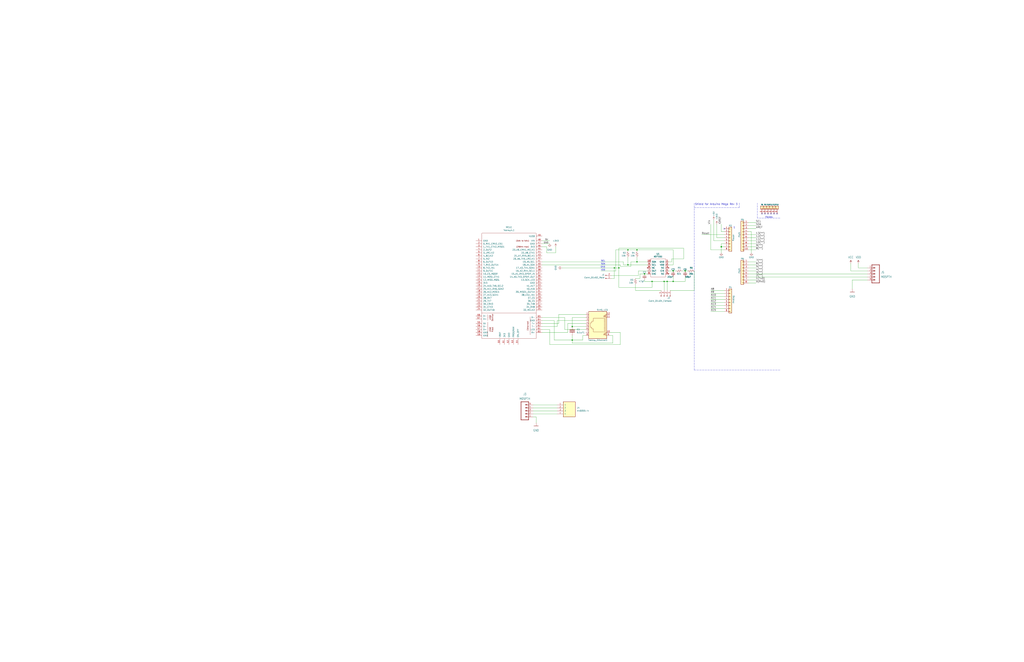
<source format=kicad_sch>
(kicad_sch (version 20211123) (generator eeschema)

  (uuid 860ee997-6541-45e7-9763-32657e07a891)

  (paper "D")

  (title_block
    (date "mar. 31 mars 2015")
  )

  (lib_symbols
    (symbol "CapLevelSensorLib:AD7151" (pin_names (offset 1.016)) (in_bom yes) (on_board yes)
      (property "Reference" "U" (id 0) (at 0 -10.16 0)
        (effects (font (size 1.27 1.27)))
      )
      (property "Value" "AD7151" (id 1) (at 0 8.89 0)
        (effects (font (size 1.27 1.27)))
      )
      (property "Footprint" "" (id 2) (at -2.54 -5.08 0)
        (effects (font (size 1.27 1.27)) hide)
      )
      (property "Datasheet" "" (id 3) (at -2.54 -5.08 0)
        (effects (font (size 1.27 1.27)) hide)
      )
      (symbol "AD7151_0_1"
        (rectangle (start -6.35 7.62) (end 6.35 -7.62)
          (stroke (width 0) (type default) (color 0 0 0 0))
          (fill (type none))
        )
      )
      (symbol "AD7151_1_1"
        (pin input line (at -8.89 5.08 0) (length 2.54)
          (name "GND" (effects (font (size 1.27 1.27))))
          (number "1" (effects (font (size 1.27 1.27))))
        )
        (pin bidirectional line (at 8.89 5.08 180) (length 2.54)
          (name "SDA" (effects (font (size 1.27 1.27))))
          (number "10" (effects (font (size 1.27 1.27))))
        )
        (pin input line (at -8.89 2.54 0) (length 2.54)
          (name "VDD" (effects (font (size 1.27 1.27))))
          (number "2" (effects (font (size 1.27 1.27))))
        )
        (pin no_connect line (at -8.89 0 0) (length 2.54)
          (name "NC" (effects (font (size 1.27 1.27))))
          (number "3" (effects (font (size 1.27 1.27))))
        )
        (pin input line (at -8.89 -2.54 0) (length 2.54)
          (name "CIN" (effects (font (size 1.27 1.27))))
          (number "4" (effects (font (size 1.27 1.27))))
        )
        (pin no_connect line (at -8.89 -5.08 0) (length 2.54)
          (name "NC" (effects (font (size 1.27 1.27))))
          (number "5" (effects (font (size 1.27 1.27))))
        )
        (pin output line (at 8.89 -5.08 180) (length 2.54)
          (name "EXC" (effects (font (size 1.27 1.27))))
          (number "6" (effects (font (size 1.27 1.27))))
        )
        (pin output line (at 8.89 -2.54 180) (length 2.54)
          (name "OUT" (effects (font (size 1.27 1.27))))
          (number "7" (effects (font (size 1.27 1.27))))
        )
        (pin no_connect line (at 8.89 0 180) (length 2.54)
          (name "NC" (effects (font (size 1.27 1.27))))
          (number "8" (effects (font (size 1.27 1.27))))
        )
        (pin input line (at 8.89 2.54 180) (length 2.54)
          (name "SCL" (effects (font (size 1.27 1.27))))
          (number "9" (effects (font (size 1.27 1.27))))
        )
      )
    )
    (symbol "Connector:440055-4" (pin_names (offset 1.016)) (in_bom yes) (on_board yes)
      (property "Reference" "J" (id 0) (at -5.588 7.62 0)
        (effects (font (size 1.27 1.27)) (justify left bottom))
      )
      (property "Value" "440055-4" (id 1) (at -5.08 -7.62 0)
        (effects (font (size 1.27 1.27)) (justify left bottom))
      )
      (property "Footprint" "TE_440055-4" (id 2) (at 0 0 0)
        (effects (font (size 1.27 1.27)) (justify left bottom) hide)
      )
      (property "Datasheet" "" (id 3) (at 0 0 0)
        (effects (font (size 1.27 1.27)) (justify left bottom) hide)
      )
      (property "EU_RoHS_Compliance" "Compliant" (id 4) (at 0 0 0)
        (effects (font (size 1.27 1.27)) (justify left bottom) hide)
      )
      (property "Product_Type" "Connector" (id 5) (at 0 0 0)
        (effects (font (size 1.27 1.27)) (justify left bottom) hide)
      )
      (property "Comment" "440055-4" (id 6) (at 0 0 0)
        (effects (font (size 1.27 1.27)) (justify left bottom) hide)
      )
      (property "Number_of_Positions" "4" (id 7) (at 0 0 0)
        (effects (font (size 1.27 1.27)) (justify left bottom) hide)
      )
      (property "Centerline_Pitch" "2 mm[.079 in]" (id 8) (at 0 0 0)
        (effects (font (size 1.27 1.27)) (justify left bottom) hide)
      )
      (property "ki_locked" "" (id 9) (at 0 0 0)
        (effects (font (size 1.27 1.27)))
      )
      (symbol "440055-4_0_0"
        (rectangle (start -5.08 -5.08) (end 5.08 7.62)
          (stroke (width 0.254) (type default) (color 0 0 0 0))
          (fill (type background))
        )
        (pin passive line (at -10.16 5.08 0) (length 5.08)
          (name "1" (effects (font (size 1.016 1.016))))
          (number "1" (effects (font (size 1.016 1.016))))
        )
        (pin passive line (at -10.16 2.54 0) (length 5.08)
          (name "2" (effects (font (size 1.016 1.016))))
          (number "2" (effects (font (size 1.016 1.016))))
        )
        (pin passive line (at -10.16 0 0) (length 5.08)
          (name "3" (effects (font (size 1.016 1.016))))
          (number "3" (effects (font (size 1.016 1.016))))
        )
        (pin passive line (at -10.16 -2.54 0) (length 5.08)
          (name "4" (effects (font (size 1.016 1.016))))
          (number "4" (effects (font (size 1.016 1.016))))
        )
      )
    )
    (symbol "Connector:Conn_01x02_Male" (pin_names (offset 1.016) hide) (in_bom yes) (on_board yes)
      (property "Reference" "J" (id 0) (at 0 2.54 0)
        (effects (font (size 1.27 1.27)))
      )
      (property "Value" "Conn_01x02_Male" (id 1) (at 0 -5.08 0)
        (effects (font (size 1.27 1.27)))
      )
      (property "Footprint" "" (id 2) (at 0 0 0)
        (effects (font (size 1.27 1.27)) hide)
      )
      (property "Datasheet" "~" (id 3) (at 0 0 0)
        (effects (font (size 1.27 1.27)) hide)
      )
      (property "ki_keywords" "connector" (id 4) (at 0 0 0)
        (effects (font (size 1.27 1.27)) hide)
      )
      (property "ki_description" "Generic connector, single row, 01x02, script generated (kicad-library-utils/schlib/autogen/connector/)" (id 5) (at 0 0 0)
        (effects (font (size 1.27 1.27)) hide)
      )
      (property "ki_fp_filters" "Connector*:*_1x??_*" (id 6) (at 0 0 0)
        (effects (font (size 1.27 1.27)) hide)
      )
      (symbol "Conn_01x02_Male_1_1"
        (polyline
          (pts
            (xy 1.27 -2.54)
            (xy 0.8636 -2.54)
          )
          (stroke (width 0.1524) (type default) (color 0 0 0 0))
          (fill (type none))
        )
        (polyline
          (pts
            (xy 1.27 0)
            (xy 0.8636 0)
          )
          (stroke (width 0.1524) (type default) (color 0 0 0 0))
          (fill (type none))
        )
        (rectangle (start 0.8636 -2.413) (end 0 -2.667)
          (stroke (width 0.1524) (type default) (color 0 0 0 0))
          (fill (type outline))
        )
        (rectangle (start 0.8636 0.127) (end 0 -0.127)
          (stroke (width 0.1524) (type default) (color 0 0 0 0))
          (fill (type outline))
        )
        (pin passive line (at 5.08 0 180) (length 3.81)
          (name "Pin_1" (effects (font (size 1.27 1.27))))
          (number "1" (effects (font (size 1.27 1.27))))
        )
        (pin passive line (at 5.08 -2.54 180) (length 3.81)
          (name "Pin_2" (effects (font (size 1.27 1.27))))
          (number "2" (effects (font (size 1.27 1.27))))
        )
      )
    )
    (symbol "Connector:Conn_01x04_Male" (pin_names (offset 1.016) hide) (in_bom yes) (on_board yes)
      (property "Reference" "J" (id 0) (at 0 5.08 0)
        (effects (font (size 1.27 1.27)))
      )
      (property "Value" "Conn_01x04_Male" (id 1) (at 0 -7.62 0)
        (effects (font (size 1.27 1.27)))
      )
      (property "Footprint" "" (id 2) (at 0 0 0)
        (effects (font (size 1.27 1.27)) hide)
      )
      (property "Datasheet" "~" (id 3) (at 0 0 0)
        (effects (font (size 1.27 1.27)) hide)
      )
      (property "ki_keywords" "connector" (id 4) (at 0 0 0)
        (effects (font (size 1.27 1.27)) hide)
      )
      (property "ki_description" "Generic connector, single row, 01x04, script generated (kicad-library-utils/schlib/autogen/connector/)" (id 5) (at 0 0 0)
        (effects (font (size 1.27 1.27)) hide)
      )
      (property "ki_fp_filters" "Connector*:*_1x??_*" (id 6) (at 0 0 0)
        (effects (font (size 1.27 1.27)) hide)
      )
      (symbol "Conn_01x04_Male_1_1"
        (polyline
          (pts
            (xy 1.27 -5.08)
            (xy 0.8636 -5.08)
          )
          (stroke (width 0.1524) (type default) (color 0 0 0 0))
          (fill (type none))
        )
        (polyline
          (pts
            (xy 1.27 -2.54)
            (xy 0.8636 -2.54)
          )
          (stroke (width 0.1524) (type default) (color 0 0 0 0))
          (fill (type none))
        )
        (polyline
          (pts
            (xy 1.27 0)
            (xy 0.8636 0)
          )
          (stroke (width 0.1524) (type default) (color 0 0 0 0))
          (fill (type none))
        )
        (polyline
          (pts
            (xy 1.27 2.54)
            (xy 0.8636 2.54)
          )
          (stroke (width 0.1524) (type default) (color 0 0 0 0))
          (fill (type none))
        )
        (rectangle (start 0.8636 -4.953) (end 0 -5.207)
          (stroke (width 0.1524) (type default) (color 0 0 0 0))
          (fill (type outline))
        )
        (rectangle (start 0.8636 -2.413) (end 0 -2.667)
          (stroke (width 0.1524) (type default) (color 0 0 0 0))
          (fill (type outline))
        )
        (rectangle (start 0.8636 0.127) (end 0 -0.127)
          (stroke (width 0.1524) (type default) (color 0 0 0 0))
          (fill (type outline))
        )
        (rectangle (start 0.8636 2.667) (end 0 2.413)
          (stroke (width 0.1524) (type default) (color 0 0 0 0))
          (fill (type outline))
        )
        (pin passive line (at 5.08 2.54 180) (length 3.81)
          (name "Pin_1" (effects (font (size 1.27 1.27))))
          (number "1" (effects (font (size 1.27 1.27))))
        )
        (pin passive line (at 5.08 0 180) (length 3.81)
          (name "Pin_2" (effects (font (size 1.27 1.27))))
          (number "2" (effects (font (size 1.27 1.27))))
        )
        (pin passive line (at 5.08 -2.54 180) (length 3.81)
          (name "Pin_3" (effects (font (size 1.27 1.27))))
          (number "3" (effects (font (size 1.27 1.27))))
        )
        (pin passive line (at 5.08 -5.08 180) (length 3.81)
          (name "Pin_4" (effects (font (size 1.27 1.27))))
          (number "4" (effects (font (size 1.27 1.27))))
        )
      )
    )
    (symbol "Connector:RJ45_LED" (pin_names (offset 1.016)) (in_bom yes) (on_board yes)
      (property "Reference" "J" (id 0) (at -5.08 13.97 0)
        (effects (font (size 1.27 1.27)) (justify right))
      )
      (property "Value" "RJ45_LED" (id 1) (at 1.27 13.97 0)
        (effects (font (size 1.27 1.27)) (justify left))
      )
      (property "Footprint" "" (id 2) (at 0 0.635 90)
        (effects (font (size 1.27 1.27)) hide)
      )
      (property "Datasheet" "~" (id 3) (at 0 0.635 90)
        (effects (font (size 1.27 1.27)) hide)
      )
      (property "ki_keywords" "8P8C RJ female connector led" (id 4) (at 0 0 0)
        (effects (font (size 1.27 1.27)) hide)
      )
      (property "ki_description" "RJ connector, 8P8C (8 positions 8 connected), two LEDs" (id 5) (at 0 0 0)
        (effects (font (size 1.27 1.27)) hide)
      )
      (property "ki_fp_filters" "8P8C* RJ45*" (id 6) (at 0 0 0)
        (effects (font (size 1.27 1.27)) hide)
      )
      (symbol "RJ45_LED_0_1"
        (polyline
          (pts
            (xy -7.62 -7.62)
            (xy -6.35 -7.62)
          )
          (stroke (width 0) (type default) (color 0 0 0 0))
          (fill (type none))
        )
        (polyline
          (pts
            (xy -7.62 -5.08)
            (xy -6.35 -5.08)
          )
          (stroke (width 0) (type default) (color 0 0 0 0))
          (fill (type none))
        )
        (polyline
          (pts
            (xy -7.62 7.62)
            (xy -6.35 7.62)
          )
          (stroke (width 0) (type default) (color 0 0 0 0))
          (fill (type none))
        )
        (polyline
          (pts
            (xy -7.62 10.16)
            (xy -6.35 10.16)
          )
          (stroke (width 0) (type default) (color 0 0 0 0))
          (fill (type none))
        )
        (polyline
          (pts
            (xy -6.858 -5.842)
            (xy -5.842 -5.842)
          )
          (stroke (width 0) (type default) (color 0 0 0 0))
          (fill (type none))
        )
        (polyline
          (pts
            (xy -6.858 9.398)
            (xy -5.842 9.398)
          )
          (stroke (width 0) (type default) (color 0 0 0 0))
          (fill (type none))
        )
        (polyline
          (pts
            (xy -6.35 -7.62)
            (xy -6.35 -6.858)
          )
          (stroke (width 0) (type default) (color 0 0 0 0))
          (fill (type none))
        )
        (polyline
          (pts
            (xy -6.35 -5.08)
            (xy -6.35 -5.842)
          )
          (stroke (width 0) (type default) (color 0 0 0 0))
          (fill (type none))
        )
        (polyline
          (pts
            (xy -6.35 7.62)
            (xy -6.35 8.382)
          )
          (stroke (width 0) (type default) (color 0 0 0 0))
          (fill (type none))
        )
        (polyline
          (pts
            (xy -6.35 10.16)
            (xy -6.35 9.398)
          )
          (stroke (width 0) (type default) (color 0 0 0 0))
          (fill (type none))
        )
        (polyline
          (pts
            (xy -5.08 -6.223)
            (xy -5.207 -6.604)
          )
          (stroke (width 0) (type default) (color 0 0 0 0))
          (fill (type none))
        )
        (polyline
          (pts
            (xy -5.08 -5.588)
            (xy -5.207 -5.969)
          )
          (stroke (width 0) (type default) (color 0 0 0 0))
          (fill (type none))
        )
        (polyline
          (pts
            (xy -5.08 4.445)
            (xy -6.35 4.445)
          )
          (stroke (width 0) (type default) (color 0 0 0 0))
          (fill (type none))
        )
        (polyline
          (pts
            (xy -5.08 5.715)
            (xy -6.35 5.715)
          )
          (stroke (width 0) (type default) (color 0 0 0 0))
          (fill (type none))
        )
        (polyline
          (pts
            (xy -5.08 9.017)
            (xy -5.207 8.636)
          )
          (stroke (width 0) (type default) (color 0 0 0 0))
          (fill (type none))
        )
        (polyline
          (pts
            (xy -5.08 9.652)
            (xy -5.207 9.271)
          )
          (stroke (width 0) (type default) (color 0 0 0 0))
          (fill (type none))
        )
        (polyline
          (pts
            (xy -6.35 -3.175)
            (xy -5.08 -3.175)
            (xy -5.08 -3.175)
          )
          (stroke (width 0) (type default) (color 0 0 0 0))
          (fill (type none))
        )
        (polyline
          (pts
            (xy -6.35 -1.905)
            (xy -5.08 -1.905)
            (xy -5.08 -1.905)
          )
          (stroke (width 0) (type default) (color 0 0 0 0))
          (fill (type none))
        )
        (polyline
          (pts
            (xy -6.35 -0.635)
            (xy -5.08 -0.635)
            (xy -5.08 -0.635)
          )
          (stroke (width 0) (type default) (color 0 0 0 0))
          (fill (type none))
        )
        (polyline
          (pts
            (xy -6.35 0.635)
            (xy -5.08 0.635)
            (xy -5.08 0.635)
          )
          (stroke (width 0) (type default) (color 0 0 0 0))
          (fill (type none))
        )
        (polyline
          (pts
            (xy -6.35 1.905)
            (xy -5.08 1.905)
            (xy -5.08 1.905)
          )
          (stroke (width 0) (type default) (color 0 0 0 0))
          (fill (type none))
        )
        (polyline
          (pts
            (xy -5.588 -6.731)
            (xy -5.08 -6.223)
            (xy -5.461 -6.35)
          )
          (stroke (width 0) (type default) (color 0 0 0 0))
          (fill (type none))
        )
        (polyline
          (pts
            (xy -5.588 -6.096)
            (xy -5.08 -5.588)
            (xy -5.461 -5.715)
          )
          (stroke (width 0) (type default) (color 0 0 0 0))
          (fill (type none))
        )
        (polyline
          (pts
            (xy -5.588 8.509)
            (xy -5.08 9.017)
            (xy -5.461 8.89)
          )
          (stroke (width 0) (type default) (color 0 0 0 0))
          (fill (type none))
        )
        (polyline
          (pts
            (xy -5.588 9.144)
            (xy -5.08 9.652)
            (xy -5.461 9.525)
          )
          (stroke (width 0) (type default) (color 0 0 0 0))
          (fill (type none))
        )
        (polyline
          (pts
            (xy -5.08 3.175)
            (xy -6.35 3.175)
            (xy -6.35 3.175)
          )
          (stroke (width 0) (type default) (color 0 0 0 0))
          (fill (type none))
        )
        (polyline
          (pts
            (xy -6.35 -5.842)
            (xy -6.858 -6.858)
            (xy -5.842 -6.858)
            (xy -6.35 -5.842)
          )
          (stroke (width 0) (type default) (color 0 0 0 0))
          (fill (type none))
        )
        (polyline
          (pts
            (xy -6.35 9.398)
            (xy -6.858 8.382)
            (xy -5.842 8.382)
            (xy -6.35 9.398)
          )
          (stroke (width 0) (type default) (color 0 0 0 0))
          (fill (type none))
        )
        (polyline
          (pts
            (xy -6.35 -4.445)
            (xy -6.35 6.985)
            (xy 3.81 6.985)
            (xy 3.81 4.445)
            (xy 5.08 4.445)
            (xy 5.08 3.175)
            (xy 6.35 3.175)
            (xy 6.35 -0.635)
            (xy 5.08 -0.635)
            (xy 5.08 -1.905)
            (xy 3.81 -1.905)
            (xy 3.81 -4.445)
            (xy -6.35 -4.445)
            (xy -6.35 -4.445)
          )
          (stroke (width 0) (type default) (color 0 0 0 0))
          (fill (type none))
        )
        (rectangle (start 7.62 12.7) (end -7.62 -10.16)
          (stroke (width 0.254) (type default) (color 0 0 0 0))
          (fill (type background))
        )
      )
      (symbol "RJ45_LED_1_1"
        (pin passive line (at 10.16 -7.62 180) (length 2.54)
          (name "~" (effects (font (size 1.27 1.27))))
          (number "1" (effects (font (size 1.27 1.27))))
        )
        (pin passive line (at -10.16 7.62 0) (length 2.54)
          (name "~" (effects (font (size 1.27 1.27))))
          (number "10" (effects (font (size 1.27 1.27))))
        )
        (pin passive line (at -10.16 -5.08 0) (length 2.54)
          (name "~" (effects (font (size 1.27 1.27))))
          (number "11" (effects (font (size 1.27 1.27))))
        )
        (pin passive line (at -10.16 -7.62 0) (length 2.54)
          (name "~" (effects (font (size 1.27 1.27))))
          (number "12" (effects (font (size 1.27 1.27))))
        )
        (pin passive line (at 10.16 -5.08 180) (length 2.54)
          (name "~" (effects (font (size 1.27 1.27))))
          (number "2" (effects (font (size 1.27 1.27))))
        )
        (pin passive line (at 10.16 -2.54 180) (length 2.54)
          (name "~" (effects (font (size 1.27 1.27))))
          (number "3" (effects (font (size 1.27 1.27))))
        )
        (pin passive line (at 10.16 0 180) (length 2.54)
          (name "~" (effects (font (size 1.27 1.27))))
          (number "4" (effects (font (size 1.27 1.27))))
        )
        (pin passive line (at 10.16 2.54 180) (length 2.54)
          (name "~" (effects (font (size 1.27 1.27))))
          (number "5" (effects (font (size 1.27 1.27))))
        )
        (pin passive line (at 10.16 5.08 180) (length 2.54)
          (name "~" (effects (font (size 1.27 1.27))))
          (number "6" (effects (font (size 1.27 1.27))))
        )
        (pin passive line (at 10.16 7.62 180) (length 2.54)
          (name "~" (effects (font (size 1.27 1.27))))
          (number "7" (effects (font (size 1.27 1.27))))
        )
        (pin passive line (at 10.16 10.16 180) (length 2.54)
          (name "~" (effects (font (size 1.27 1.27))))
          (number "8" (effects (font (size 1.27 1.27))))
        )
        (pin passive line (at -10.16 10.16 0) (length 2.54)
          (name "~" (effects (font (size 1.27 1.27))))
          (number "9" (effects (font (size 1.27 1.27))))
        )
      )
    )
    (symbol "Connector_Generic:Conn_01x01" (pin_names (offset 1.016) hide) (in_bom yes) (on_board yes)
      (property "Reference" "J" (id 0) (at 0 2.54 0)
        (effects (font (size 1.27 1.27)))
      )
      (property "Value" "Conn_01x01" (id 1) (at 0 -2.54 0)
        (effects (font (size 1.27 1.27)))
      )
      (property "Footprint" "" (id 2) (at 0 0 0)
        (effects (font (size 1.27 1.27)) hide)
      )
      (property "Datasheet" "~" (id 3) (at 0 0 0)
        (effects (font (size 1.27 1.27)) hide)
      )
      (property "ki_keywords" "connector" (id 4) (at 0 0 0)
        (effects (font (size 1.27 1.27)) hide)
      )
      (property "ki_description" "Generic connector, single row, 01x01, script generated (kicad-library-utils/schlib/autogen/connector/)" (id 5) (at 0 0 0)
        (effects (font (size 1.27 1.27)) hide)
      )
      (property "ki_fp_filters" "Connector*:*_1x??_*" (id 6) (at 0 0 0)
        (effects (font (size 1.27 1.27)) hide)
      )
      (symbol "Conn_01x01_1_1"
        (rectangle (start -1.27 0.127) (end 0 -0.127)
          (stroke (width 0.1524) (type default) (color 0 0 0 0))
          (fill (type none))
        )
        (rectangle (start -1.27 1.27) (end 1.27 -1.27)
          (stroke (width 0.254) (type default) (color 0 0 0 0))
          (fill (type background))
        )
        (pin passive line (at -5.08 0 0) (length 3.81)
          (name "Pin_1" (effects (font (size 1.27 1.27))))
          (number "1" (effects (font (size 1.27 1.27))))
        )
      )
    )
    (symbol "Connector_Generic:Conn_01x08" (pin_names (offset 1.016) hide) (in_bom yes) (on_board yes)
      (property "Reference" "J" (id 0) (at 0 10.16 0)
        (effects (font (size 1.27 1.27)))
      )
      (property "Value" "Conn_01x08" (id 1) (at 0 -12.7 0)
        (effects (font (size 1.27 1.27)))
      )
      (property "Footprint" "" (id 2) (at 0 0 0)
        (effects (font (size 1.27 1.27)) hide)
      )
      (property "Datasheet" "~" (id 3) (at 0 0 0)
        (effects (font (size 1.27 1.27)) hide)
      )
      (property "ki_keywords" "connector" (id 4) (at 0 0 0)
        (effects (font (size 1.27 1.27)) hide)
      )
      (property "ki_description" "Generic connector, single row, 01x08, script generated (kicad-library-utils/schlib/autogen/connector/)" (id 5) (at 0 0 0)
        (effects (font (size 1.27 1.27)) hide)
      )
      (property "ki_fp_filters" "Connector*:*_1x??_*" (id 6) (at 0 0 0)
        (effects (font (size 1.27 1.27)) hide)
      )
      (symbol "Conn_01x08_1_1"
        (rectangle (start -1.27 -10.033) (end 0 -10.287)
          (stroke (width 0.1524) (type default) (color 0 0 0 0))
          (fill (type none))
        )
        (rectangle (start -1.27 -7.493) (end 0 -7.747)
          (stroke (width 0.1524) (type default) (color 0 0 0 0))
          (fill (type none))
        )
        (rectangle (start -1.27 -4.953) (end 0 -5.207)
          (stroke (width 0.1524) (type default) (color 0 0 0 0))
          (fill (type none))
        )
        (rectangle (start -1.27 -2.413) (end 0 -2.667)
          (stroke (width 0.1524) (type default) (color 0 0 0 0))
          (fill (type none))
        )
        (rectangle (start -1.27 0.127) (end 0 -0.127)
          (stroke (width 0.1524) (type default) (color 0 0 0 0))
          (fill (type none))
        )
        (rectangle (start -1.27 2.667) (end 0 2.413)
          (stroke (width 0.1524) (type default) (color 0 0 0 0))
          (fill (type none))
        )
        (rectangle (start -1.27 5.207) (end 0 4.953)
          (stroke (width 0.1524) (type default) (color 0 0 0 0))
          (fill (type none))
        )
        (rectangle (start -1.27 7.747) (end 0 7.493)
          (stroke (width 0.1524) (type default) (color 0 0 0 0))
          (fill (type none))
        )
        (rectangle (start -1.27 8.89) (end 1.27 -11.43)
          (stroke (width 0.254) (type default) (color 0 0 0 0))
          (fill (type background))
        )
        (pin passive line (at -5.08 7.62 0) (length 3.81)
          (name "Pin_1" (effects (font (size 1.27 1.27))))
          (number "1" (effects (font (size 1.27 1.27))))
        )
        (pin passive line (at -5.08 5.08 0) (length 3.81)
          (name "Pin_2" (effects (font (size 1.27 1.27))))
          (number "2" (effects (font (size 1.27 1.27))))
        )
        (pin passive line (at -5.08 2.54 0) (length 3.81)
          (name "Pin_3" (effects (font (size 1.27 1.27))))
          (number "3" (effects (font (size 1.27 1.27))))
        )
        (pin passive line (at -5.08 0 0) (length 3.81)
          (name "Pin_4" (effects (font (size 1.27 1.27))))
          (number "4" (effects (font (size 1.27 1.27))))
        )
        (pin passive line (at -5.08 -2.54 0) (length 3.81)
          (name "Pin_5" (effects (font (size 1.27 1.27))))
          (number "5" (effects (font (size 1.27 1.27))))
        )
        (pin passive line (at -5.08 -5.08 0) (length 3.81)
          (name "Pin_6" (effects (font (size 1.27 1.27))))
          (number "6" (effects (font (size 1.27 1.27))))
        )
        (pin passive line (at -5.08 -7.62 0) (length 3.81)
          (name "Pin_7" (effects (font (size 1.27 1.27))))
          (number "7" (effects (font (size 1.27 1.27))))
        )
        (pin passive line (at -5.08 -10.16 0) (length 3.81)
          (name "Pin_8" (effects (font (size 1.27 1.27))))
          (number "8" (effects (font (size 1.27 1.27))))
        )
      )
    )
    (symbol "Connector_Generic:Conn_01x10" (pin_names (offset 1.016) hide) (in_bom yes) (on_board yes)
      (property "Reference" "J" (id 0) (at 0 12.7 0)
        (effects (font (size 1.27 1.27)))
      )
      (property "Value" "Conn_01x10" (id 1) (at 0 -15.24 0)
        (effects (font (size 1.27 1.27)))
      )
      (property "Footprint" "" (id 2) (at 0 0 0)
        (effects (font (size 1.27 1.27)) hide)
      )
      (property "Datasheet" "~" (id 3) (at 0 0 0)
        (effects (font (size 1.27 1.27)) hide)
      )
      (property "ki_keywords" "connector" (id 4) (at 0 0 0)
        (effects (font (size 1.27 1.27)) hide)
      )
      (property "ki_description" "Generic connector, single row, 01x10, script generated (kicad-library-utils/schlib/autogen/connector/)" (id 5) (at 0 0 0)
        (effects (font (size 1.27 1.27)) hide)
      )
      (property "ki_fp_filters" "Connector*:*_1x??_*" (id 6) (at 0 0 0)
        (effects (font (size 1.27 1.27)) hide)
      )
      (symbol "Conn_01x10_1_1"
        (rectangle (start -1.27 -12.573) (end 0 -12.827)
          (stroke (width 0.1524) (type default) (color 0 0 0 0))
          (fill (type none))
        )
        (rectangle (start -1.27 -10.033) (end 0 -10.287)
          (stroke (width 0.1524) (type default) (color 0 0 0 0))
          (fill (type none))
        )
        (rectangle (start -1.27 -7.493) (end 0 -7.747)
          (stroke (width 0.1524) (type default) (color 0 0 0 0))
          (fill (type none))
        )
        (rectangle (start -1.27 -4.953) (end 0 -5.207)
          (stroke (width 0.1524) (type default) (color 0 0 0 0))
          (fill (type none))
        )
        (rectangle (start -1.27 -2.413) (end 0 -2.667)
          (stroke (width 0.1524) (type default) (color 0 0 0 0))
          (fill (type none))
        )
        (rectangle (start -1.27 0.127) (end 0 -0.127)
          (stroke (width 0.1524) (type default) (color 0 0 0 0))
          (fill (type none))
        )
        (rectangle (start -1.27 2.667) (end 0 2.413)
          (stroke (width 0.1524) (type default) (color 0 0 0 0))
          (fill (type none))
        )
        (rectangle (start -1.27 5.207) (end 0 4.953)
          (stroke (width 0.1524) (type default) (color 0 0 0 0))
          (fill (type none))
        )
        (rectangle (start -1.27 7.747) (end 0 7.493)
          (stroke (width 0.1524) (type default) (color 0 0 0 0))
          (fill (type none))
        )
        (rectangle (start -1.27 10.287) (end 0 10.033)
          (stroke (width 0.1524) (type default) (color 0 0 0 0))
          (fill (type none))
        )
        (rectangle (start -1.27 11.43) (end 1.27 -13.97)
          (stroke (width 0.254) (type default) (color 0 0 0 0))
          (fill (type background))
        )
        (pin passive line (at -5.08 10.16 0) (length 3.81)
          (name "Pin_1" (effects (font (size 1.27 1.27))))
          (number "1" (effects (font (size 1.27 1.27))))
        )
        (pin passive line (at -5.08 -12.7 0) (length 3.81)
          (name "Pin_10" (effects (font (size 1.27 1.27))))
          (number "10" (effects (font (size 1.27 1.27))))
        )
        (pin passive line (at -5.08 7.62 0) (length 3.81)
          (name "Pin_2" (effects (font (size 1.27 1.27))))
          (number "2" (effects (font (size 1.27 1.27))))
        )
        (pin passive line (at -5.08 5.08 0) (length 3.81)
          (name "Pin_3" (effects (font (size 1.27 1.27))))
          (number "3" (effects (font (size 1.27 1.27))))
        )
        (pin passive line (at -5.08 2.54 0) (length 3.81)
          (name "Pin_4" (effects (font (size 1.27 1.27))))
          (number "4" (effects (font (size 1.27 1.27))))
        )
        (pin passive line (at -5.08 0 0) (length 3.81)
          (name "Pin_5" (effects (font (size 1.27 1.27))))
          (number "5" (effects (font (size 1.27 1.27))))
        )
        (pin passive line (at -5.08 -2.54 0) (length 3.81)
          (name "Pin_6" (effects (font (size 1.27 1.27))))
          (number "6" (effects (font (size 1.27 1.27))))
        )
        (pin passive line (at -5.08 -5.08 0) (length 3.81)
          (name "Pin_7" (effects (font (size 1.27 1.27))))
          (number "7" (effects (font (size 1.27 1.27))))
        )
        (pin passive line (at -5.08 -7.62 0) (length 3.81)
          (name "Pin_8" (effects (font (size 1.27 1.27))))
          (number "8" (effects (font (size 1.27 1.27))))
        )
        (pin passive line (at -5.08 -10.16 0) (length 3.81)
          (name "Pin_9" (effects (font (size 1.27 1.27))))
          (number "9" (effects (font (size 1.27 1.27))))
        )
      )
    )
    (symbol "Device:C" (pin_numbers hide) (pin_names (offset 0.254)) (in_bom yes) (on_board yes)
      (property "Reference" "C" (id 0) (at 0.635 2.54 0)
        (effects (font (size 1.27 1.27)) (justify left))
      )
      (property "Value" "C" (id 1) (at 0.635 -2.54 0)
        (effects (font (size 1.27 1.27)) (justify left))
      )
      (property "Footprint" "" (id 2) (at 0.9652 -3.81 0)
        (effects (font (size 1.27 1.27)) hide)
      )
      (property "Datasheet" "~" (id 3) (at 0 0 0)
        (effects (font (size 1.27 1.27)) hide)
      )
      (property "ki_keywords" "cap capacitor" (id 4) (at 0 0 0)
        (effects (font (size 1.27 1.27)) hide)
      )
      (property "ki_description" "Unpolarized capacitor" (id 5) (at 0 0 0)
        (effects (font (size 1.27 1.27)) hide)
      )
      (property "ki_fp_filters" "C_*" (id 6) (at 0 0 0)
        (effects (font (size 1.27 1.27)) hide)
      )
      (symbol "C_0_1"
        (polyline
          (pts
            (xy -2.032 -0.762)
            (xy 2.032 -0.762)
          )
          (stroke (width 0.508) (type default) (color 0 0 0 0))
          (fill (type none))
        )
        (polyline
          (pts
            (xy -2.032 0.762)
            (xy 2.032 0.762)
          )
          (stroke (width 0.508) (type default) (color 0 0 0 0))
          (fill (type none))
        )
      )
      (symbol "C_1_1"
        (pin passive line (at 0 3.81 270) (length 2.794)
          (name "~" (effects (font (size 1.27 1.27))))
          (number "1" (effects (font (size 1.27 1.27))))
        )
        (pin passive line (at 0 -3.81 90) (length 2.794)
          (name "~" (effects (font (size 1.27 1.27))))
          (number "2" (effects (font (size 1.27 1.27))))
        )
      )
    )
    (symbol "Device:C_Small" (pin_numbers hide) (pin_names (offset 0.254) hide) (in_bom yes) (on_board yes)
      (property "Reference" "C" (id 0) (at 0.254 1.778 0)
        (effects (font (size 1.27 1.27)) (justify left))
      )
      (property "Value" "C_Small" (id 1) (at 0.254 -2.032 0)
        (effects (font (size 1.27 1.27)) (justify left))
      )
      (property "Footprint" "" (id 2) (at 0 0 0)
        (effects (font (size 1.27 1.27)) hide)
      )
      (property "Datasheet" "~" (id 3) (at 0 0 0)
        (effects (font (size 1.27 1.27)) hide)
      )
      (property "ki_keywords" "capacitor cap" (id 4) (at 0 0 0)
        (effects (font (size 1.27 1.27)) hide)
      )
      (property "ki_description" "Unpolarized capacitor, small symbol" (id 5) (at 0 0 0)
        (effects (font (size 1.27 1.27)) hide)
      )
      (property "ki_fp_filters" "C_*" (id 6) (at 0 0 0)
        (effects (font (size 1.27 1.27)) hide)
      )
      (symbol "C_Small_0_1"
        (polyline
          (pts
            (xy -1.524 -0.508)
            (xy 1.524 -0.508)
          )
          (stroke (width 0.3302) (type default) (color 0 0 0 0))
          (fill (type none))
        )
        (polyline
          (pts
            (xy -1.524 0.508)
            (xy 1.524 0.508)
          )
          (stroke (width 0.3048) (type default) (color 0 0 0 0))
          (fill (type none))
        )
      )
      (symbol "C_Small_1_1"
        (pin passive line (at 0 2.54 270) (length 2.032)
          (name "~" (effects (font (size 1.27 1.27))))
          (number "1" (effects (font (size 1.27 1.27))))
        )
        (pin passive line (at 0 -2.54 90) (length 2.032)
          (name "~" (effects (font (size 1.27 1.27))))
          (number "2" (effects (font (size 1.27 1.27))))
        )
      )
    )
    (symbol "Device:R_Small_US" (pin_numbers hide) (pin_names (offset 0.254) hide) (in_bom yes) (on_board yes)
      (property "Reference" "R" (id 0) (at 0.762 0.508 0)
        (effects (font (size 1.27 1.27)) (justify left))
      )
      (property "Value" "R_Small_US" (id 1) (at 0.762 -1.016 0)
        (effects (font (size 1.27 1.27)) (justify left))
      )
      (property "Footprint" "" (id 2) (at 0 0 0)
        (effects (font (size 1.27 1.27)) hide)
      )
      (property "Datasheet" "~" (id 3) (at 0 0 0)
        (effects (font (size 1.27 1.27)) hide)
      )
      (property "ki_keywords" "r resistor" (id 4) (at 0 0 0)
        (effects (font (size 1.27 1.27)) hide)
      )
      (property "ki_description" "Resistor, small US symbol" (id 5) (at 0 0 0)
        (effects (font (size 1.27 1.27)) hide)
      )
      (property "ki_fp_filters" "R_*" (id 6) (at 0 0 0)
        (effects (font (size 1.27 1.27)) hide)
      )
      (symbol "R_Small_US_1_1"
        (polyline
          (pts
            (xy 0 0)
            (xy 1.016 -0.381)
            (xy 0 -0.762)
            (xy -1.016 -1.143)
            (xy 0 -1.524)
          )
          (stroke (width 0) (type default) (color 0 0 0 0))
          (fill (type none))
        )
        (polyline
          (pts
            (xy 0 1.524)
            (xy 1.016 1.143)
            (xy 0 0.762)
            (xy -1.016 0.381)
            (xy 0 0)
          )
          (stroke (width 0) (type default) (color 0 0 0 0))
          (fill (type none))
        )
        (pin passive line (at 0 2.54 270) (length 1.016)
          (name "~" (effects (font (size 1.27 1.27))))
          (number "1" (effects (font (size 1.27 1.27))))
        )
        (pin passive line (at 0 -2.54 90) (length 1.016)
          (name "~" (effects (font (size 1.27 1.27))))
          (number "2" (effects (font (size 1.27 1.27))))
        )
      )
    )
    (symbol "Official level sensor-eagle-import:GND" (power) (in_bom yes) (on_board yes)
      (property "Reference" "#GND" (id 0) (at 0 0 0)
        (effects (font (size 1.27 1.27)) hide)
      )
      (property "Value" "GND" (id 1) (at -2.54 -2.54 0)
        (effects (font (size 1.778 1.5113)) (justify left bottom))
      )
      (property "Footprint" "Official level sensor:" (id 2) (at 0 0 0)
        (effects (font (size 1.27 1.27)) hide)
      )
      (property "Datasheet" "" (id 3) (at 0 0 0)
        (effects (font (size 1.27 1.27)) hide)
      )
      (property "ki_locked" "" (id 4) (at 0 0 0)
        (effects (font (size 1.27 1.27)))
      )
      (symbol "GND_1_0"
        (polyline
          (pts
            (xy -1.905 0)
            (xy 1.905 0)
          )
          (stroke (width 0.254) (type default) (color 0 0 0 0))
          (fill (type none))
        )
        (pin power_in line (at 0 2.54 270) (length 2.54)
          (name "GND" (effects (font (size 0 0))))
          (number "1" (effects (font (size 0 0))))
        )
      )
    )
    (symbol "Official level sensor-eagle-import:M05PTH" (in_bom yes) (on_board yes)
      (property "Reference" "J" (id 0) (at -2.54 8.382 0)
        (effects (font (size 1.778 1.5113)) (justify left bottom))
      )
      (property "Value" "M05PTH" (id 1) (at -2.54 -10.16 0)
        (effects (font (size 1.778 1.5113)) (justify left bottom))
      )
      (property "Footprint" "Official level sensor:1X05" (id 2) (at 0 0 0)
        (effects (font (size 1.27 1.27)) hide)
      )
      (property "Datasheet" "" (id 3) (at 0 0 0)
        (effects (font (size 1.27 1.27)) hide)
      )
      (property "ki_locked" "" (id 4) (at 0 0 0)
        (effects (font (size 1.27 1.27)))
      )
      (symbol "M05PTH_1_0"
        (polyline
          (pts
            (xy -2.54 7.62)
            (xy -2.54 -7.62)
          )
          (stroke (width 0.4064) (type default) (color 0 0 0 0))
          (fill (type none))
        )
        (polyline
          (pts
            (xy -2.54 7.62)
            (xy 3.81 7.62)
          )
          (stroke (width 0.4064) (type default) (color 0 0 0 0))
          (fill (type none))
        )
        (polyline
          (pts
            (xy 1.27 -5.08)
            (xy 2.54 -5.08)
          )
          (stroke (width 0.6096) (type default) (color 0 0 0 0))
          (fill (type none))
        )
        (polyline
          (pts
            (xy 1.27 -2.54)
            (xy 2.54 -2.54)
          )
          (stroke (width 0.6096) (type default) (color 0 0 0 0))
          (fill (type none))
        )
        (polyline
          (pts
            (xy 1.27 0)
            (xy 2.54 0)
          )
          (stroke (width 0.6096) (type default) (color 0 0 0 0))
          (fill (type none))
        )
        (polyline
          (pts
            (xy 1.27 2.54)
            (xy 2.54 2.54)
          )
          (stroke (width 0.6096) (type default) (color 0 0 0 0))
          (fill (type none))
        )
        (polyline
          (pts
            (xy 1.27 5.08)
            (xy 2.54 5.08)
          )
          (stroke (width 0.6096) (type default) (color 0 0 0 0))
          (fill (type none))
        )
        (polyline
          (pts
            (xy 3.81 -7.62)
            (xy -2.54 -7.62)
          )
          (stroke (width 0.4064) (type default) (color 0 0 0 0))
          (fill (type none))
        )
        (polyline
          (pts
            (xy 3.81 -7.62)
            (xy 3.81 7.62)
          )
          (stroke (width 0.4064) (type default) (color 0 0 0 0))
          (fill (type none))
        )
        (pin passive line (at 7.62 -5.08 180) (length 5.08)
          (name "1" (effects (font (size 0 0))))
          (number "1" (effects (font (size 1.27 1.27))))
        )
        (pin passive line (at 7.62 -2.54 180) (length 5.08)
          (name "2" (effects (font (size 0 0))))
          (number "2" (effects (font (size 1.27 1.27))))
        )
        (pin passive line (at 7.62 0 180) (length 5.08)
          (name "3" (effects (font (size 0 0))))
          (number "3" (effects (font (size 1.27 1.27))))
        )
        (pin passive line (at 7.62 2.54 180) (length 5.08)
          (name "4" (effects (font (size 0 0))))
          (number "4" (effects (font (size 1.27 1.27))))
        )
        (pin passive line (at 7.62 5.08 180) (length 5.08)
          (name "5" (effects (font (size 0 0))))
          (number "5" (effects (font (size 1.27 1.27))))
        )
      )
    )
    (symbol "Official level sensor-eagle-import:VCC" (power) (in_bom yes) (on_board yes)
      (property "Reference" "#SUPPLY" (id 0) (at 0 0 0)
        (effects (font (size 1.27 1.27)) hide)
      )
      (property "Value" "VCC" (id 1) (at -1.016 3.556 0)
        (effects (font (size 1.778 1.5113)) (justify left bottom))
      )
      (property "Footprint" "Official level sensor:" (id 2) (at 0 0 0)
        (effects (font (size 1.27 1.27)) hide)
      )
      (property "Datasheet" "" (id 3) (at 0 0 0)
        (effects (font (size 1.27 1.27)) hide)
      )
      (property "ki_locked" "" (id 4) (at 0 0 0)
        (effects (font (size 1.27 1.27)))
      )
      (symbol "VCC_1_0"
        (polyline
          (pts
            (xy 0 2.54)
            (xy -0.762 1.27)
          )
          (stroke (width 0.254) (type default) (color 0 0 0 0))
          (fill (type none))
        )
        (polyline
          (pts
            (xy 0.762 1.27)
            (xy 0 2.54)
          )
          (stroke (width 0.254) (type default) (color 0 0 0 0))
          (fill (type none))
        )
        (pin power_in line (at 0 0 90) (length 2.54)
          (name "VCC" (effects (font (size 0 0))))
          (number "1" (effects (font (size 0 0))))
        )
      )
    )
    (symbol "Official level sensor-eagle-import:VDD" (power) (in_bom yes) (on_board yes)
      (property "Reference" "#SUPPLY" (id 0) (at 0 0 0)
        (effects (font (size 1.27 1.27)) hide)
      )
      (property "Value" "VDD" (id 1) (at -1.016 3.556 0)
        (effects (font (size 1.778 1.5113)) (justify left bottom))
      )
      (property "Footprint" "Official level sensor:" (id 2) (at 0 0 0)
        (effects (font (size 1.27 1.27)) hide)
      )
      (property "Datasheet" "" (id 3) (at 0 0 0)
        (effects (font (size 1.27 1.27)) hide)
      )
      (property "ki_locked" "" (id 4) (at 0 0 0)
        (effects (font (size 1.27 1.27)))
      )
      (symbol "VDD_1_0"
        (polyline
          (pts
            (xy 0 2.54)
            (xy -0.762 1.27)
          )
          (stroke (width 0.254) (type default) (color 0 0 0 0))
          (fill (type none))
        )
        (polyline
          (pts
            (xy 0.762 1.27)
            (xy 0 2.54)
          )
          (stroke (width 0.254) (type default) (color 0 0 0 0))
          (fill (type none))
        )
        (pin power_in line (at 0 0 90) (length 2.54)
          (name "VDD" (effects (font (size 0 0))))
          (number "1" (effects (font (size 0 0))))
        )
      )
    )
    (symbol "power:+3.3V" (power) (pin_names (offset 0)) (in_bom yes) (on_board yes)
      (property "Reference" "#PWR" (id 0) (at 0 -3.81 0)
        (effects (font (size 1.27 1.27)) hide)
      )
      (property "Value" "+3.3V" (id 1) (at 0 3.556 0)
        (effects (font (size 1.27 1.27)))
      )
      (property "Footprint" "" (id 2) (at 0 0 0)
        (effects (font (size 1.27 1.27)) hide)
      )
      (property "Datasheet" "" (id 3) (at 0 0 0)
        (effects (font (size 1.27 1.27)) hide)
      )
      (property "ki_keywords" "power-flag" (id 4) (at 0 0 0)
        (effects (font (size 1.27 1.27)) hide)
      )
      (property "ki_description" "Power symbol creates a global label with name \"+3.3V\"" (id 5) (at 0 0 0)
        (effects (font (size 1.27 1.27)) hide)
      )
      (symbol "+3.3V_0_1"
        (polyline
          (pts
            (xy -0.762 1.27)
            (xy 0 2.54)
          )
          (stroke (width 0) (type default) (color 0 0 0 0))
          (fill (type none))
        )
        (polyline
          (pts
            (xy 0 0)
            (xy 0 2.54)
          )
          (stroke (width 0) (type default) (color 0 0 0 0))
          (fill (type none))
        )
        (polyline
          (pts
            (xy 0 2.54)
            (xy 0.762 1.27)
          )
          (stroke (width 0) (type default) (color 0 0 0 0))
          (fill (type none))
        )
      )
      (symbol "+3.3V_1_1"
        (pin power_in line (at 0 0 90) (length 0) hide
          (name "+3V3" (effects (font (size 1.27 1.27))))
          (number "1" (effects (font (size 1.27 1.27))))
        )
      )
    )
    (symbol "power:+3V3" (power) (pin_names (offset 0)) (in_bom yes) (on_board yes)
      (property "Reference" "#PWR" (id 0) (at 0 -3.81 0)
        (effects (font (size 1.27 1.27)) hide)
      )
      (property "Value" "+3V3" (id 1) (at 0 3.556 0)
        (effects (font (size 1.27 1.27)))
      )
      (property "Footprint" "" (id 2) (at 0 0 0)
        (effects (font (size 1.27 1.27)) hide)
      )
      (property "Datasheet" "" (id 3) (at 0 0 0)
        (effects (font (size 1.27 1.27)) hide)
      )
      (property "ki_keywords" "power-flag" (id 4) (at 0 0 0)
        (effects (font (size 1.27 1.27)) hide)
      )
      (property "ki_description" "Power symbol creates a global label with name \"+3V3\"" (id 5) (at 0 0 0)
        (effects (font (size 1.27 1.27)) hide)
      )
      (symbol "+3V3_0_1"
        (polyline
          (pts
            (xy -0.762 1.27)
            (xy 0 2.54)
          )
          (stroke (width 0) (type default) (color 0 0 0 0))
          (fill (type none))
        )
        (polyline
          (pts
            (xy 0 0)
            (xy 0 2.54)
          )
          (stroke (width 0) (type default) (color 0 0 0 0))
          (fill (type none))
        )
        (polyline
          (pts
            (xy 0 2.54)
            (xy 0.762 1.27)
          )
          (stroke (width 0) (type default) (color 0 0 0 0))
          (fill (type none))
        )
      )
      (symbol "+3V3_1_1"
        (pin power_in line (at 0 0 90) (length 0) hide
          (name "+3V3" (effects (font (size 1.27 1.27))))
          (number "1" (effects (font (size 1.27 1.27))))
        )
      )
    )
    (symbol "power:+5V" (power) (pin_names (offset 0)) (in_bom yes) (on_board yes)
      (property "Reference" "#PWR" (id 0) (at 0 -3.81 0)
        (effects (font (size 1.27 1.27)) hide)
      )
      (property "Value" "+5V" (id 1) (at 0 3.556 0)
        (effects (font (size 1.27 1.27)))
      )
      (property "Footprint" "" (id 2) (at 0 0 0)
        (effects (font (size 1.27 1.27)) hide)
      )
      (property "Datasheet" "" (id 3) (at 0 0 0)
        (effects (font (size 1.27 1.27)) hide)
      )
      (property "ki_keywords" "power-flag" (id 4) (at 0 0 0)
        (effects (font (size 1.27 1.27)) hide)
      )
      (property "ki_description" "Power symbol creates a global label with name \"+5V\"" (id 5) (at 0 0 0)
        (effects (font (size 1.27 1.27)) hide)
      )
      (symbol "+5V_0_1"
        (polyline
          (pts
            (xy -0.762 1.27)
            (xy 0 2.54)
          )
          (stroke (width 0) (type default) (color 0 0 0 0))
          (fill (type none))
        )
        (polyline
          (pts
            (xy 0 0)
            (xy 0 2.54)
          )
          (stroke (width 0) (type default) (color 0 0 0 0))
          (fill (type none))
        )
        (polyline
          (pts
            (xy 0 2.54)
            (xy 0.762 1.27)
          )
          (stroke (width 0) (type default) (color 0 0 0 0))
          (fill (type none))
        )
      )
      (symbol "+5V_1_1"
        (pin power_in line (at 0 0 90) (length 0) hide
          (name "+5V" (effects (font (size 1.27 1.27))))
          (number "1" (effects (font (size 1.27 1.27))))
        )
      )
    )
    (symbol "power:GND" (power) (pin_names (offset 0)) (in_bom yes) (on_board yes)
      (property "Reference" "#PWR" (id 0) (at 0 -6.35 0)
        (effects (font (size 1.27 1.27)) hide)
      )
      (property "Value" "GND" (id 1) (at 0 -3.81 0)
        (effects (font (size 1.27 1.27)))
      )
      (property "Footprint" "" (id 2) (at 0 0 0)
        (effects (font (size 1.27 1.27)) hide)
      )
      (property "Datasheet" "" (id 3) (at 0 0 0)
        (effects (font (size 1.27 1.27)) hide)
      )
      (property "ki_keywords" "power-flag" (id 4) (at 0 0 0)
        (effects (font (size 1.27 1.27)) hide)
      )
      (property "ki_description" "Power symbol creates a global label with name \"GND\" , ground" (id 5) (at 0 0 0)
        (effects (font (size 1.27 1.27)) hide)
      )
      (symbol "GND_0_1"
        (polyline
          (pts
            (xy 0 0)
            (xy 0 -1.27)
            (xy 1.27 -1.27)
            (xy 0 -2.54)
            (xy -1.27 -1.27)
            (xy 0 -1.27)
          )
          (stroke (width 0) (type default) (color 0 0 0 0))
          (fill (type none))
        )
      )
      (symbol "GND_1_1"
        (pin power_in line (at 0 0 270) (length 0) hide
          (name "GND" (effects (font (size 1.27 1.27))))
          (number "1" (effects (font (size 1.27 1.27))))
        )
      )
    )
    (symbol "teensy:Teensy4.1" (pin_names (offset 1.016)) (in_bom yes) (on_board yes)
      (property "Reference" "U" (id 0) (at 0 64.77 0)
        (effects (font (size 1.27 1.27)))
      )
      (property "Value" "Teensy4.1" (id 1) (at 0 62.23 0)
        (effects (font (size 1.27 1.27)))
      )
      (property "Footprint" "" (id 2) (at -10.16 10.16 0)
        (effects (font (size 1.27 1.27)) hide)
      )
      (property "Datasheet" "" (id 3) (at -10.16 10.16 0)
        (effects (font (size 1.27 1.27)) hide)
      )
      (symbol "Teensy4.1_0_0"
        (polyline
          (pts
            (xy -22.86 -6.35)
            (xy 22.86 -6.35)
          )
          (stroke (width 0) (type default) (color 0 0 0 0))
          (fill (type none))
        )
        (polyline
          (pts
            (xy -17.78 -26.67)
            (xy -17.78 -13.97)
          )
          (stroke (width 0) (type default) (color 0 0 0 0))
          (fill (type none))
        )
        (polyline
          (pts
            (xy -17.78 -7.62)
            (xy -17.78 -12.7)
          )
          (stroke (width 0) (type default) (color 0 0 0 0))
          (fill (type none))
        )
        (polyline
          (pts
            (xy 17.78 -9.525)
            (xy 17.78 -24.765)
          )
          (stroke (width 0) (type default) (color 0 0 0 0))
          (fill (type none))
        )
        (text "(250mA max)" (at 11.43 49.53 0)
          (effects (font (size 1.016 1.016)))
        )
        (text "(3.6v to 5.5v)" (at 11.43 54.61 0)
          (effects (font (size 1.016 1.016)))
        )
        (text "Device" (at -13.97 -10.16 900)
          (effects (font (size 1.27 1.27)))
        )
        (text "Ethernet" (at 15.875 -17.145 900)
          (effects (font (size 1.27 1.27)))
        )
        (text "Host" (at -13.97 -20.32 900)
          (effects (font (size 1.27 1.27)))
        )
        (text "USB" (at -15.875 -20.32 900)
          (effects (font (size 1.27 1.27)))
        )
        (text "USB" (at -15.875 -10.16 900)
          (effects (font (size 1.27 1.27)))
        )
        (pin bidirectional line (at -27.94 31.75 0) (length 5.08)
          (name "8_TX2_IN1" (effects (font (size 1.27 1.27))))
          (number "10" (effects (font (size 1.27 1.27))))
        )
        (pin bidirectional line (at -27.94 29.21 0) (length 5.08)
          (name "9_OUT1C" (effects (font (size 1.27 1.27))))
          (number "11" (effects (font (size 1.27 1.27))))
        )
        (pin bidirectional line (at -27.94 26.67 0) (length 5.08)
          (name "10_CS_MQSR" (effects (font (size 1.27 1.27))))
          (number "12" (effects (font (size 1.27 1.27))))
        )
        (pin bidirectional line (at -27.94 24.13 0) (length 5.08)
          (name "11_MOSI_CTX1" (effects (font (size 1.27 1.27))))
          (number "13" (effects (font (size 1.27 1.27))))
        )
        (pin bidirectional line (at -27.94 21.59 0) (length 5.08)
          (name "12_MISO_MQSL" (effects (font (size 1.27 1.27))))
          (number "14" (effects (font (size 1.27 1.27))))
        )
        (pin power_in line (at -27.94 19.05 0) (length 5.08)
          (name "3V3" (effects (font (size 1.27 1.27))))
          (number "15" (effects (font (size 1.27 1.27))))
        )
        (pin bidirectional line (at -27.94 16.51 0) (length 5.08)
          (name "24_A10_TX6_SCL2" (effects (font (size 1.27 1.27))))
          (number "16" (effects (font (size 1.27 1.27))))
        )
        (pin bidirectional line (at -27.94 13.97 0) (length 5.08)
          (name "25_A11_RX6_SDA2" (effects (font (size 1.27 1.27))))
          (number "17" (effects (font (size 1.27 1.27))))
        )
        (pin bidirectional line (at -27.94 11.43 0) (length 5.08)
          (name "26_A12_MOSI1" (effects (font (size 1.27 1.27))))
          (number "18" (effects (font (size 1.27 1.27))))
        )
        (pin bidirectional line (at -27.94 8.89 0) (length 5.08)
          (name "27_A13_SCK1" (effects (font (size 1.27 1.27))))
          (number "19" (effects (font (size 1.27 1.27))))
        )
        (pin bidirectional line (at -27.94 6.35 0) (length 5.08)
          (name "28_RX7" (effects (font (size 1.27 1.27))))
          (number "20" (effects (font (size 1.27 1.27))))
        )
        (pin bidirectional line (at -27.94 3.81 0) (length 5.08)
          (name "29_TX7" (effects (font (size 1.27 1.27))))
          (number "21" (effects (font (size 1.27 1.27))))
        )
        (pin bidirectional line (at -27.94 1.27 0) (length 5.08)
          (name "30_CRX3" (effects (font (size 1.27 1.27))))
          (number "22" (effects (font (size 1.27 1.27))))
        )
        (pin bidirectional line (at -27.94 -1.27 0) (length 5.08)
          (name "31_CTX3" (effects (font (size 1.27 1.27))))
          (number "23" (effects (font (size 1.27 1.27))))
        )
        (pin bidirectional line (at -27.94 -3.81 0) (length 5.08)
          (name "32_OUT1B" (effects (font (size 1.27 1.27))))
          (number "24" (effects (font (size 1.27 1.27))))
        )
        (pin bidirectional line (at 27.94 -3.81 180) (length 5.08)
          (name "33_MCLK2" (effects (font (size 1.27 1.27))))
          (number "25" (effects (font (size 1.27 1.27))))
        )
        (pin bidirectional line (at 27.94 -1.27 180) (length 5.08)
          (name "34_RX8" (effects (font (size 1.27 1.27))))
          (number "26" (effects (font (size 1.27 1.27))))
        )
        (pin bidirectional line (at 27.94 1.27 180) (length 5.08)
          (name "35_TX8" (effects (font (size 1.27 1.27))))
          (number "27" (effects (font (size 1.27 1.27))))
        )
        (pin bidirectional line (at 27.94 3.81 180) (length 5.08)
          (name "36_CS" (effects (font (size 1.27 1.27))))
          (number "28" (effects (font (size 1.27 1.27))))
        )
        (pin bidirectional line (at 27.94 6.35 180) (length 5.08)
          (name "37_CS" (effects (font (size 1.27 1.27))))
          (number "29" (effects (font (size 1.27 1.27))))
        )
        (pin bidirectional line (at 27.94 8.89 180) (length 5.08)
          (name "38_CS1_IN1" (effects (font (size 1.27 1.27))))
          (number "30" (effects (font (size 1.27 1.27))))
        )
        (pin bidirectional line (at 27.94 11.43 180) (length 5.08)
          (name "39_MISO1_OUT1A" (effects (font (size 1.27 1.27))))
          (number "31" (effects (font (size 1.27 1.27))))
        )
        (pin bidirectional line (at 27.94 13.97 180) (length 5.08)
          (name "40_A16" (effects (font (size 1.27 1.27))))
          (number "32" (effects (font (size 1.27 1.27))))
        )
        (pin bidirectional line (at 27.94 16.51 180) (length 5.08)
          (name "41_A17" (effects (font (size 1.27 1.27))))
          (number "33" (effects (font (size 1.27 1.27))))
        )
        (pin bidirectional line (at 27.94 21.59 180) (length 5.08)
          (name "13_SCK_LED" (effects (font (size 1.27 1.27))))
          (number "35" (effects (font (size 1.27 1.27))))
        )
        (pin bidirectional line (at 27.94 24.13 180) (length 5.08)
          (name "14_A0_TX3_SPDIF_OUT" (effects (font (size 1.27 1.27))))
          (number "36" (effects (font (size 1.27 1.27))))
        )
        (pin bidirectional line (at 27.94 26.67 180) (length 5.08)
          (name "15_A1_RX3_SPDIF_IN" (effects (font (size 1.27 1.27))))
          (number "37" (effects (font (size 1.27 1.27))))
        )
        (pin bidirectional line (at 27.94 29.21 180) (length 5.08)
          (name "16_A2_RX4_SCL1" (effects (font (size 1.27 1.27))))
          (number "38" (effects (font (size 1.27 1.27))))
        )
        (pin bidirectional line (at 27.94 31.75 180) (length 5.08)
          (name "17_A3_TX4_SDA1" (effects (font (size 1.27 1.27))))
          (number "39" (effects (font (size 1.27 1.27))))
        )
        (pin bidirectional line (at 27.94 34.29 180) (length 5.08)
          (name "18_A4_SDA" (effects (font (size 1.27 1.27))))
          (number "40" (effects (font (size 1.27 1.27))))
        )
        (pin bidirectional line (at 27.94 36.83 180) (length 5.08)
          (name "19_A5_SCL" (effects (font (size 1.27 1.27))))
          (number "41" (effects (font (size 1.27 1.27))))
        )
        (pin bidirectional line (at 27.94 39.37 180) (length 5.08)
          (name "20_A6_TX5_LRCLK1" (effects (font (size 1.27 1.27))))
          (number "42" (effects (font (size 1.27 1.27))))
        )
        (pin bidirectional line (at 27.94 41.91 180) (length 5.08)
          (name "21_A7_RX5_BCLK1" (effects (font (size 1.27 1.27))))
          (number "43" (effects (font (size 1.27 1.27))))
        )
        (pin bidirectional line (at 27.94 44.45 180) (length 5.08)
          (name "22_A8_CTX1" (effects (font (size 1.27 1.27))))
          (number "44" (effects (font (size 1.27 1.27))))
        )
        (pin bidirectional line (at 27.94 46.99 180) (length 5.08)
          (name "23_A9_CRX1_MCLK1" (effects (font (size 1.27 1.27))))
          (number "45" (effects (font (size 1.27 1.27))))
        )
        (pin output line (at 27.94 49.53 180) (length 5.08)
          (name "3V3" (effects (font (size 1.27 1.27))))
          (number "46" (effects (font (size 1.27 1.27))))
        )
        (pin output line (at 27.94 52.07 180) (length 5.08)
          (name "GND" (effects (font (size 1.27 1.27))))
          (number "47" (effects (font (size 1.27 1.27))))
        )
        (pin power_in line (at 27.94 54.61 180) (length 5.08)
          (name "VIN" (effects (font (size 1.27 1.27))))
          (number "48" (effects (font (size 1.27 1.27))))
        )
        (pin power_out line (at 27.94 58.42 180) (length 5.08)
          (name "VUSB" (effects (font (size 1.27 1.27))))
          (number "49" (effects (font (size 1.27 1.27))))
        )
        (pin bidirectional line (at -27.94 44.45 0) (length 5.08)
          (name "3_LRCLK2" (effects (font (size 1.27 1.27))))
          (number "5" (effects (font (size 1.27 1.27))))
        )
        (pin power_in line (at -7.62 -33.02 90) (length 5.08)
          (name "VBAT" (effects (font (size 1.27 1.27))))
          (number "50" (effects (font (size 1.27 1.27))))
        )
        (pin power_in line (at -3.81 -33.02 90) (length 5.08)
          (name "3V3" (effects (font (size 1.27 1.27))))
          (number "51" (effects (font (size 1.27 1.27))))
        )
        (pin input line (at 0 -33.02 90) (length 5.08)
          (name "GND" (effects (font (size 1.27 1.27))))
          (number "52" (effects (font (size 1.27 1.27))))
        )
        (pin input line (at 3.81 -33.02 90) (length 5.08)
          (name "PROGRAM" (effects (font (size 1.27 1.27))))
          (number "53" (effects (font (size 1.27 1.27))))
        )
        (pin input line (at 7.62 -33.02 90) (length 5.08)
          (name "ON_OFF" (effects (font (size 1.27 1.27))))
          (number "54" (effects (font (size 1.27 1.27))))
        )
        (pin power_out line (at -27.94 -15.24 0) (length 5.08)
          (name "5V" (effects (font (size 1.27 1.27))))
          (number "55" (effects (font (size 1.27 1.27))))
        )
        (pin bidirectional line (at -27.94 -17.78 0) (length 5.08)
          (name "D-" (effects (font (size 1.27 1.27))))
          (number "56" (effects (font (size 1.27 1.27))))
        )
        (pin bidirectional line (at -27.94 -20.32 0) (length 5.08)
          (name "D+" (effects (font (size 1.27 1.27))))
          (number "57" (effects (font (size 1.27 1.27))))
        )
        (pin power_in line (at -27.94 -22.86 0) (length 5.08)
          (name "GND" (effects (font (size 1.27 1.27))))
          (number "58" (effects (font (size 1.27 1.27))))
        )
        (pin power_in line (at -27.94 -25.4 0) (length 5.08)
          (name "GND" (effects (font (size 1.27 1.27))))
          (number "59" (effects (font (size 1.27 1.27))))
        )
        (pin bidirectional line (at -27.94 41.91 0) (length 5.08)
          (name "4_BCLK2" (effects (font (size 1.27 1.27))))
          (number "6" (effects (font (size 1.27 1.27))))
        )
        (pin bidirectional line (at 27.94 -22.86 180) (length 5.08)
          (name "R+" (effects (font (size 1.27 1.27))))
          (number "60" (effects (font (size 1.27 1.27))))
        )
        (pin bidirectional line (at 27.94 -20.32 180) (length 5.08)
          (name "LED" (effects (font (size 1.27 1.27))))
          (number "61" (effects (font (size 1.27 1.27))))
        )
        (pin bidirectional line (at 27.94 -17.78 180) (length 5.08)
          (name "T-" (effects (font (size 1.27 1.27))))
          (number "62" (effects (font (size 1.27 1.27))))
        )
        (pin bidirectional line (at 27.94 -15.24 180) (length 5.08)
          (name "T+" (effects (font (size 1.27 1.27))))
          (number "63" (effects (font (size 1.27 1.27))))
        )
        (pin power_in line (at 27.94 -12.7 180) (length 5.08)
          (name "GND" (effects (font (size 1.27 1.27))))
          (number "64" (effects (font (size 1.27 1.27))))
        )
        (pin bidirectional line (at 27.94 -10.16 180) (length 5.08)
          (name "R-" (effects (font (size 1.27 1.27))))
          (number "65" (effects (font (size 1.27 1.27))))
        )
        (pin bidirectional line (at -27.94 -8.89 0) (length 5.08)
          (name "D-" (effects (font (size 1.27 1.27))))
          (number "66" (effects (font (size 1.27 1.27))))
        )
        (pin bidirectional line (at -27.94 -11.43 0) (length 5.08)
          (name "D+" (effects (font (size 1.27 1.27))))
          (number "67" (effects (font (size 1.27 1.27))))
        )
        (pin bidirectional line (at -27.94 39.37 0) (length 5.08)
          (name "5_IN2" (effects (font (size 1.27 1.27))))
          (number "7" (effects (font (size 1.27 1.27))))
        )
        (pin bidirectional line (at -27.94 36.83 0) (length 5.08)
          (name "6_OUT1D" (effects (font (size 1.27 1.27))))
          (number "8" (effects (font (size 1.27 1.27))))
        )
        (pin bidirectional line (at -27.94 34.29 0) (length 5.08)
          (name "7_RX2_OUT1A" (effects (font (size 1.27 1.27))))
          (number "9" (effects (font (size 1.27 1.27))))
        )
      )
      (symbol "Teensy4.1_0_1"
        (rectangle (start -22.86 60.96) (end 22.86 -27.94)
          (stroke (width 0) (type default) (color 0 0 0 0))
          (fill (type none))
        )
        (rectangle (start -20.32 -1.27) (end -20.32 -1.27)
          (stroke (width 0) (type default) (color 0 0 0 0))
          (fill (type none))
        )
      )
      (symbol "Teensy4.1_1_1"
        (pin power_in line (at -27.94 54.61 0) (length 5.08)
          (name "GND" (effects (font (size 1.27 1.27))))
          (number "1" (effects (font (size 1.27 1.27))))
        )
        (pin bidirectional line (at -27.94 52.07 0) (length 5.08)
          (name "0_RX1_CRX2_CS1" (effects (font (size 1.27 1.27))))
          (number "2" (effects (font (size 1.27 1.27))))
        )
        (pin bidirectional line (at -27.94 49.53 0) (length 5.08)
          (name "1_TX1_CTX2_MISO1" (effects (font (size 1.27 1.27))))
          (number "3" (effects (font (size 1.27 1.27))))
        )
        (pin power_in line (at 27.94 19.05 180) (length 5.08)
          (name "GND" (effects (font (size 1.27 1.27))))
          (number "34" (effects (font (size 1.27 1.27))))
        )
        (pin bidirectional line (at -27.94 46.99 0) (length 5.08)
          (name "2_OUT2" (effects (font (size 1.27 1.27))))
          (number "4" (effects (font (size 1.27 1.27))))
        )
      )
    )
  )

  (junction (at 537.21 220.98) (diameter 0) (color 0 0 0 0)
    (uuid 060f2e42-4058-4e9a-af71-a1e84f2383ae)
  )
  (junction (at 537.21 210.82) (diameter 0) (color 0 0 0 0)
    (uuid 19d34066-5471-4f70-b60e-620b0b43e8d6)
  )
  (junction (at 529.59 223.52) (diameter 0) (color 0 0 0 0)
    (uuid 32ced3f8-6dff-432d-a3eb-736e884d2993)
  )
  (junction (at 567.69 237.49) (diameter 0) (color 0 0 0 0)
    (uuid 3e1606aa-4551-480e-b669-f0db516e37ad)
  )
  (junction (at 577.85 228.6) (diameter 0) (color 0 0 0 0)
    (uuid 4004e5b0-a1ac-4a9f-96ff-4e808aafb926)
  )
  (junction (at 543.56 231.14) (diameter 0) (color 0 0 0 0)
    (uuid 40b1ec3f-e732-4cb4-bf90-8621d13cc635)
  )
  (junction (at 482.6 275.59) (diameter 0) (color 0 0 0 0)
    (uuid 7a13c8e3-0592-4c66-9045-d1a95fc829fc)
  )
  (junction (at 482.6 287.02) (diameter 0) (color 0 0 0 0)
    (uuid 7ed17a8a-ec45-4266-9490-0fa7492f026d)
  )
  (junction (at 529.59 210.82) (diameter 0) (color 0 0 0 0)
    (uuid 83e67f5f-d48c-45f1-8ea8-e8d3d84ee22c)
  )
  (junction (at 518.16 226.06) (diameter 0) (color 0 0 0 0)
    (uuid 932bd3f8-4bb3-4869-a5f7-0abd3f8b2c67)
  )
  (junction (at 608.33 208.28) (diameter 1.016) (color 0 0 0 0)
    (uuid b9c43cab-0387-4261-ab86-25be9eb338a9)
  )
  (junction (at 521.97 226.06) (diameter 0) (color 0 0 0 0)
    (uuid bfc2605c-ba0c-4608-838a-5941b5b2dbb1)
  )
  (junction (at 567.69 228.6) (diameter 0) (color 0 0 0 0)
    (uuid c39302a4-e014-43ae-91b2-397d0db784a4)
  )
  (junction (at 562.61 237.49) (diameter 0) (color 0 0 0 0)
    (uuid cbeb0427-50c8-4754-8429-a16de0af7f76)
  )
  (junction (at 560.07 237.49) (diameter 0) (color 0 0 0 0)
    (uuid cdf05964-9f60-403c-8a3f-d7d98c239b34)
  )
  (junction (at 549.91 237.49) (diameter 0) (color 0 0 0 0)
    (uuid e5e09d7d-73de-421a-a34f-6a0fc8ad1a52)
  )

  (no_connect (at 642.62 180.34) (uuid 4f788da4-4372-48d6-b09a-e2c62f7fed37))
  (no_connect (at 645.16 180.34) (uuid a01bb413-f5c6-416b-ad55-7f936d0580ec))
  (no_connect (at 655.32 180.34) (uuid a5568199-51ad-4620-8d57-a54ad4bcc179))
  (no_connect (at 650.24 180.34) (uuid b47614ad-9f8f-45ba-b4a8-3c5e6cade49c))
  (no_connect (at 652.78 180.34) (uuid c0cedabc-cf12-4786-8ca8-574e5d9851f5))
  (no_connect (at 610.87 193.04) (uuid d181157c-7812-47e5-a0cf-9580c905fc86))
  (no_connect (at 647.7 180.34) (uuid f3a2a305-4b11-4c6f-81dd-e6ca9e205060))

  (wire (pts (xy 631.19 238.76) (xy 637.54 238.76))
    (stroke (width 0) (type solid) (color 0 0 0 0))
    (uuid 010ba307-2067-49d3-b0fa-6414143f3fc2)
  )
  (wire (pts (xy 523.24 224.79) (xy 523.24 223.52))
    (stroke (width 0) (type default) (color 0 0 0 0))
    (uuid 01c7020d-1aa6-40b7-b04a-98c00a345578)
  )
  (wire (pts (xy 566.42 218.44) (xy 576.58 218.44))
    (stroke (width 0) (type default) (color 0 0 0 0))
    (uuid 0245cadb-a292-46a6-82ce-cfe545eac93a)
  )
  (wire (pts (xy 518.16 226.06) (xy 518.16 234.95))
    (stroke (width 0) (type default) (color 0 0 0 0))
    (uuid 075b3c1d-b214-44ff-a551-edf380d18372)
  )
  (wire (pts (xy 463.55 290.83) (xy 523.24 290.83))
    (stroke (width 0) (type default) (color 0 0 0 0))
    (uuid 07b1caa2-95b3-481c-89a9-a1c744fa9678)
  )
  (wire (pts (xy 731.52 226.06) (xy 723.9 226.06))
    (stroke (width 0) (type default) (color 0 0 0 0))
    (uuid 07e070ac-b525-420c-a030-91b2935a29b6)
  )
  (wire (pts (xy 731.52 236.22) (xy 718.82 236.22))
    (stroke (width 0) (type default) (color 0 0 0 0))
    (uuid 08a7de6f-8871-4934-9682-b9f480c4e88c)
  )
  (wire (pts (xy 457.2 267.97) (xy 476.25 267.97))
    (stroke (width 0) (type default) (color 0 0 0 0))
    (uuid 097f9ca2-4cfe-42f7-a4a9-c06a70334be7)
  )
  (wire (pts (xy 567.69 223.52) (xy 567.69 210.82))
    (stroke (width 0) (type default) (color 0 0 0 0))
    (uuid 098db303-d248-47f1-b282-d33946f06ad1)
  )
  (wire (pts (xy 518.16 234.95) (xy 515.62 234.95))
    (stroke (width 0) (type default) (color 0 0 0 0))
    (uuid 0bb8ffda-e20a-4384-8b45-d180007a8202)
  )
  (wire (pts (xy 529.59 217.17) (xy 529.59 223.52))
    (stroke (width 0) (type default) (color 0 0 0 0))
    (uuid 1018099f-838b-42ec-b9ca-3c95a46761d6)
  )
  (wire (pts (xy 567.69 210.82) (xy 537.21 210.82))
    (stroke (width 0) (type default) (color 0 0 0 0))
    (uuid 11ed8a9b-0ef6-4f6d-a718-72f8979fb58e)
  )
  (wire (pts (xy 538.48 228.6) (xy 546.1 228.6))
    (stroke (width 0) (type default) (color 0 0 0 0))
    (uuid 15ef9731-727c-4238-b0cc-1eb27e836ec7)
  )
  (wire (pts (xy 631.19 231.14) (xy 731.52 231.14))
    (stroke (width 0) (type default) (color 0 0 0 0))
    (uuid 161706df-2ed7-4180-82c0-291219231986)
  )
  (wire (pts (xy 469.9 270.51) (xy 469.9 275.59))
    (stroke (width 0) (type default) (color 0 0 0 0))
    (uuid 181592fe-bb4f-43cd-883d-3e8d692ef94c)
  )
  (wire (pts (xy 631.19 203.2) (xy 637.54 203.2))
    (stroke (width 0) (type solid) (color 0 0 0 0))
    (uuid 1bcf3d85-2a3d-4228-b6c9-005ab245a8b3)
  )
  (wire (pts (xy 476.25 278.13) (xy 494.03 278.13))
    (stroke (width 0) (type default) (color 0 0 0 0))
    (uuid 1c261596-9f87-42ad-b23f-563e759245b5)
  )
  (wire (pts (xy 608.33 205.74) (xy 608.33 208.28))
    (stroke (width 0) (type solid) (color 0 0 0 0))
    (uuid 1c31b835-925f-4a5c-92df-8f2558bb711b)
  )
  (wire (pts (xy 537.21 220.98) (xy 546.1 220.98))
    (stroke (width 0) (type default) (color 0 0 0 0))
    (uuid 21b2ae70-f334-4e97-b2bd-3c6a9c4529cc)
  )
  (wire (pts (xy 457.2 278.13) (xy 463.55 278.13))
    (stroke (width 0) (type default) (color 0 0 0 0))
    (uuid 21e9f350-9798-4a2d-9585-4ca30e5ec7a7)
  )
  (wire (pts (xy 457.2 280.67) (xy 478.79 280.67))
    (stroke (width 0) (type default) (color 0 0 0 0))
    (uuid 2283b0c0-5480-4c53-a19e-06fd51f9fe61)
  )
  (wire (pts (xy 494.03 265.43) (xy 471.17 265.43))
    (stroke (width 0) (type default) (color 0 0 0 0))
    (uuid 2ad4d0d7-dba7-4a23-94f9-d0fdd0bf800e)
  )
  (wire (pts (xy 461.01 213.36) (xy 468.63 213.36))
    (stroke (width 0) (type default) (color 0 0 0 0))
    (uuid 2def1db1-d41c-4045-adc4-4bff29c637ec)
  )
  (wire (pts (xy 608.33 208.28) (xy 608.33 213.36))
    (stroke (width 0) (type solid) (color 0 0 0 0))
    (uuid 2df788b2-ce68-49bc-a497-4b6570a17f30)
  )
  (wire (pts (xy 585.47 228.6) (xy 585.47 245.11))
    (stroke (width 0) (type default) (color 0 0 0 0))
    (uuid 2f85b41f-c548-4d62-8f05-7408c0d0a7e4)
  )
  (wire (pts (xy 452.12 351.79) (xy 452.12 356.87))
    (stroke (width 0) (type default) (color 0 0 0 0))
    (uuid 31faba2f-5fb9-40bf-92f6-bf3870517aab)
  )
  (wire (pts (xy 604.52 200.66) (xy 610.87 200.66))
    (stroke (width 0) (type solid) (color 0 0 0 0))
    (uuid 3334b11d-5a13-40b4-a117-d693c543e4ab)
  )
  (polyline (pts (xy 657.86 184.15) (xy 638.81 184.15))
    (stroke (width 0) (type dash) (color 0 0 0 0))
    (uuid 3583f7ea-3d07-4764-9fed-884ca46e4499)
  )

  (wire (pts (xy 449.58 346.71) (xy 469.9 346.71))
    (stroke (width 0) (type default) (color 0 0 0 0))
    (uuid 3621be94-ce50-49d5-ab42-dfd58ddb969e)
  )
  (wire (pts (xy 601.98 203.2) (xy 610.87 203.2))
    (stroke (width 0) (type solid) (color 0 0 0 0))
    (uuid 3661f80c-fef8-4441-83be-df8930b3b45e)
  )
  (wire (pts (xy 601.98 185.42) (xy 601.98 203.2))
    (stroke (width 0) (type solid) (color 0 0 0 0))
    (uuid 392bf1f6-bf67-427d-8d4c-0a87cb757556)
  )
  (wire (pts (xy 599.44 262.89) (xy 610.87 262.89))
    (stroke (width 0) (type solid) (color 0 0 0 0))
    (uuid 3a45db4f-43df-448a-90e5-fa734e4985d6)
  )
  (wire (pts (xy 514.35 280.67) (xy 523.24 280.67))
    (stroke (width 0) (type default) (color 0 0 0 0))
    (uuid 3aed4136-ee93-45cb-a889-bfcbab3043a3)
  )
  (wire (pts (xy 562.61 237.49) (xy 560.07 237.49))
    (stroke (width 0) (type default) (color 0 0 0 0))
    (uuid 3baa5610-2d25-4917-a079-d5fbda054c48)
  )
  (wire (pts (xy 723.9 226.06) (xy 723.9 222.25))
    (stroke (width 0) (type default) (color 0 0 0 0))
    (uuid 3cca3325-8383-49bc-ad4e-57e30365dacd)
  )
  (polyline (pts (xy 638.81 184.15) (xy 638.81 171.45))
    (stroke (width 0) (type dash) (color 0 0 0 0))
    (uuid 3f2ccbc3-5116-41ec-8fb9-bb535c9c3c6d)
  )

  (wire (pts (xy 570.23 228.6) (xy 567.69 228.6))
    (stroke (width 0) (type default) (color 0 0 0 0))
    (uuid 3f304bb3-b64e-48aa-aa06-1f5551403680)
  )
  (wire (pts (xy 557.53 245.11) (xy 535.94 245.11))
    (stroke (width 0) (type default) (color 0 0 0 0))
    (uuid 40014510-0c33-4ded-aae8-93842f4a8dff)
  )
  (wire (pts (xy 463.55 203.2) (xy 457.2 203.2))
    (stroke (width 0) (type default) (color 0 0 0 0))
    (uuid 40335457-2299-467e-905d-906fb6a6d56a)
  )
  (wire (pts (xy 631.19 193.04) (xy 637.54 193.04))
    (stroke (width 0) (type solid) (color 0 0 0 0))
    (uuid 424d3512-4cdb-42a3-be58-098430fc23c8)
  )
  (wire (pts (xy 604.52 189.23) (xy 604.52 200.66))
    (stroke (width 0) (type solid) (color 0 0 0 0))
    (uuid 442fb4de-4d55-45de-bc27-3e6222ceb890)
  )
  (wire (pts (xy 560.07 237.49) (xy 549.91 237.49))
    (stroke (width 0) (type default) (color 0 0 0 0))
    (uuid 444e422d-9431-41f8-acaa-e31803eb7dd3)
  )
  (wire (pts (xy 506.73 228.6) (xy 519.43 228.6))
    (stroke (width 0) (type default) (color 0 0 0 0))
    (uuid 4615a285-758f-4b1e-92f0-a7b99939bcf9)
  )
  (wire (pts (xy 539.75 234.95) (xy 535.94 234.95))
    (stroke (width 0) (type default) (color 0 0 0 0))
    (uuid 4696cb49-817a-4885-a6bd-8d63dbe3cc62)
  )
  (wire (pts (xy 549.91 242.57) (xy 521.97 242.57))
    (stroke (width 0) (type default) (color 0 0 0 0))
    (uuid 4734565d-12a6-47d6-ab12-f86fd10027a0)
  )
  (wire (pts (xy 468.63 208.28) (xy 468.63 213.36))
    (stroke (width 0) (type default) (color 0 0 0 0))
    (uuid 4a5ec8cf-6a12-45ba-9fd6-7387064ea286)
  )
  (wire (pts (xy 482.6 287.02) (xy 482.6 289.56))
    (stroke (width 0) (type default) (color 0 0 0 0))
    (uuid 4a8081d1-d56f-466d-af1b-6b5ecd87a109)
  )
  (wire (pts (xy 610.87 260.35) (xy 599.44 260.35))
    (stroke (width 0) (type solid) (color 0 0 0 0))
    (uuid 4b3f8876-a33b-4cb7-92a6-01a06f3e9245)
  )
  (wire (pts (xy 549.91 237.49) (xy 543.56 237.49))
    (stroke (width 0) (type default) (color 0 0 0 0))
    (uuid 4c907315-e3a7-4ccb-b980-1663a0cb1aca)
  )
  (wire (pts (xy 463.55 278.13) (xy 463.55 290.83))
    (stroke (width 0) (type default) (color 0 0 0 0))
    (uuid 4cf30375-3e28-466b-a1f4-c093fb462473)
  )
  (wire (pts (xy 478.79 273.05) (xy 494.03 273.05))
    (stroke (width 0) (type default) (color 0 0 0 0))
    (uuid 4e48be45-e353-406e-a155-a24398f51ed4)
  )
  (wire (pts (xy 631.19 205.74) (xy 637.54 205.74))
    (stroke (width 0) (type solid) (color 0 0 0 0))
    (uuid 52753815-deb9-4ec9-b7cd-6940a8789c51)
  )
  (wire (pts (xy 631.19 187.96) (xy 637.54 187.96))
    (stroke (width 0) (type solid) (color 0 0 0 0))
    (uuid 53bf1744-6b45-4053-a164-19dff680bf5f)
  )
  (wire (pts (xy 637.54 220.98) (xy 631.19 220.98))
    (stroke (width 0) (type solid) (color 0 0 0 0))
    (uuid 5548ab30-9e6d-4b22-a92b-5bacab796c7b)
  )
  (wire (pts (xy 529.59 212.09) (xy 529.59 210.82))
    (stroke (width 0) (type default) (color 0 0 0 0))
    (uuid 57975aca-a205-431d-9fc8-cfe9f361c71f)
  )
  (wire (pts (xy 476.25 267.97) (xy 476.25 278.13))
    (stroke (width 0) (type default) (color 0 0 0 0))
    (uuid 5ac47b48-cb5c-42f1-b911-aef85d2d44fa)
  )
  (wire (pts (xy 494.03 267.97) (xy 482.6 267.97))
    (stroke (width 0) (type default) (color 0 0 0 0))
    (uuid 5acc6ffc-22a9-459a-bbb7-f2f98dfe1fee)
  )
  (wire (pts (xy 521.97 226.06) (xy 518.16 226.06))
    (stroke (width 0) (type default) (color 0 0 0 0))
    (uuid 5ca6996e-a2ac-43aa-b815-b226d5e1f80e)
  )
  (wire (pts (xy 516.89 289.56) (xy 516.89 283.21))
    (stroke (width 0) (type default) (color 0 0 0 0))
    (uuid 5cf822c0-9d44-4cdf-a749-8dd3938d7146)
  )
  (wire (pts (xy 566.42 220.98) (xy 563.88 220.98))
    (stroke (width 0) (type default) (color 0 0 0 0))
    (uuid 5f3751de-a7d7-4ba3-bb65-7d4ddffd1441)
  )
  (wire (pts (xy 567.69 233.68) (xy 567.69 237.49))
    (stroke (width 0) (type default) (color 0 0 0 0))
    (uuid 61c7e9bd-e594-4254-9655-a7c670cad87a)
  )
  (wire (pts (xy 566.42 218.44) (xy 566.42 220.98))
    (stroke (width 0) (type default) (color 0 0 0 0))
    (uuid 620d70c3-7378-4083-8c54-0c9cae6c2a56)
  )
  (wire (pts (xy 567.69 228.6) (xy 563.88 228.6))
    (stroke (width 0) (type default) (color 0 0 0 0))
    (uuid 63e98b09-b75f-49c8-90e7-139e6ba68a50)
  )
  (wire (pts (xy 575.31 228.6) (xy 577.85 228.6))
    (stroke (width 0) (type default) (color 0 0 0 0))
    (uuid 6621d79f-c32f-4e60-9145-e993bd59de60)
  )
  (wire (pts (xy 532.13 220.98) (xy 532.13 224.79))
    (stroke (width 0) (type default) (color 0 0 0 0))
    (uuid 662c2d6e-f688-47a3-a207-d1291b5b5335)
  )
  (wire (pts (xy 608.33 195.58) (xy 608.33 189.23))
    (stroke (width 0) (type solid) (color 0 0 0 0))
    (uuid 667d5764-fde7-4701-8c34-6919d9df4389)
  )
  (wire (pts (xy 516.89 283.21) (xy 514.35 283.21))
    (stroke (width 0) (type default) (color 0 0 0 0))
    (uuid 6a698925-6c36-484d-ba5b-70bb6528f20f)
  )
  (wire (pts (xy 538.48 232.41) (xy 538.48 228.6))
    (stroke (width 0) (type default) (color 0 0 0 0))
    (uuid 6db7fa6a-e010-4ff2-8223-173ed82bf7b2)
  )
  (wire (pts (xy 539.75 231.14) (xy 539.75 234.95))
    (stroke (width 0) (type default) (color 0 0 0 0))
    (uuid 6f7d1f65-2c17-494d-a8b8-66aaf9f8fe57)
  )
  (wire (pts (xy 529.59 210.82) (xy 519.43 210.82))
    (stroke (width 0) (type default) (color 0 0 0 0))
    (uuid 71e194b0-6d6e-4eb7-aafb-e0d54821300b)
  )
  (wire (pts (xy 631.19 198.12) (xy 637.54 198.12))
    (stroke (width 0) (type solid) (color 0 0 0 0))
    (uuid 72c61140-a68c-4b5c-a163-522b81277577)
  )
  (wire (pts (xy 610.87 195.58) (xy 608.33 195.58))
    (stroke (width 0) (type solid) (color 0 0 0 0))
    (uuid 73d4774c-1387-4550-b580-a1cc0ac89b89)
  )
  (wire (pts (xy 467.36 270.51) (xy 457.2 270.51))
    (stroke (width 0) (type default) (color 0 0 0 0))
    (uuid 75ab6151-9dbd-4866-8a21-c7662dc06474)
  )
  (polyline (pts (xy 585.47 175.26) (xy 623.57 175.26))
    (stroke (width 0) (type dash) (color 0 0 0 0))
    (uuid 75f00f69-a1dc-48e7-b835-7ada55ae0a3e)
  )

  (wire (pts (xy 519.43 228.6) (xy 519.43 210.82))
    (stroke (width 0) (type default) (color 0 0 0 0))
    (uuid 762379b4-1090-4f8a-a92c-4284746338b3)
  )
  (wire (pts (xy 449.58 344.17) (xy 469.9 344.17))
    (stroke (width 0) (type default) (color 0 0 0 0))
    (uuid 77728f34-d9c8-4228-8a51-39937cc0560e)
  )
  (wire (pts (xy 537.21 220.98) (xy 532.13 220.98))
    (stroke (width 0) (type default) (color 0 0 0 0))
    (uuid 78895ffe-d074-4cd8-86df-446cab75a1e2)
  )
  (wire (pts (xy 637.54 226.06) (xy 631.19 226.06))
    (stroke (width 0) (type solid) (color 0 0 0 0))
    (uuid 79b56484-da79-4b15-b6f1-eb9208b59191)
  )
  (wire (pts (xy 521.97 242.57) (xy 521.97 226.06))
    (stroke (width 0) (type default) (color 0 0 0 0))
    (uuid 7b159bc7-e239-4567-ac70-ac4c3063f0fa)
  )
  (wire (pts (xy 532.13 224.79) (xy 523.24 224.79))
    (stroke (width 0) (type default) (color 0 0 0 0))
    (uuid 7c082a4d-342d-48dc-959c-f66fe3f3702f)
  )
  (wire (pts (xy 637.54 200.66) (xy 631.19 200.66))
    (stroke (width 0) (type solid) (color 0 0 0 0))
    (uuid 7cf01b4a-88aa-403a-b96e-8597a6da3dbb)
  )
  (polyline (pts (xy 585.47 312.42) (xy 585.47 171.45))
    (stroke (width 0) (type dash) (color 0 0 0 0))
    (uuid 7ffce041-9028-4146-8a92-3913f4e2f75a)
  )

  (wire (pts (xy 491.49 287.02) (xy 482.6 287.02))
    (stroke (width 0) (type default) (color 0 0 0 0))
    (uuid 869aa4c1-9fa9-4721-beb5-8968f0ab8b60)
  )
  (wire (pts (xy 718.82 236.22) (xy 718.82 243.84))
    (stroke (width 0) (type default) (color 0 0 0 0))
    (uuid 881959d8-6561-4c7d-8718-871f78b29977)
  )
  (wire (pts (xy 631.19 233.68) (xy 731.52 233.68))
    (stroke (width 0) (type default) (color 0 0 0 0))
    (uuid 8a867478-3d66-4e9d-8a7e-06885d80cacf)
  )
  (wire (pts (xy 537.21 210.82) (xy 529.59 210.82))
    (stroke (width 0) (type default) (color 0 0 0 0))
    (uuid 8ba1c46e-2a42-4b73-84af-22c7ab45d050)
  )
  (wire (pts (xy 637.54 190.5) (xy 631.19 190.5))
    (stroke (width 0) (type solid) (color 0 0 0 0))
    (uuid 8da2531f-8e55-442d-9bb8-ef1bb06e76b8)
  )
  (wire (pts (xy 546.1 223.52) (xy 529.59 223.52))
    (stroke (width 0) (type default) (color 0 0 0 0))
    (uuid 8e1306f4-46f1-43df-a870-b8415c7f2a83)
  )
  (wire (pts (xy 599.44 252.73) (xy 610.87 252.73))
    (stroke (width 0) (type solid) (color 0 0 0 0))
    (uuid 8e574a0b-8d50-4c38-8228-5ef9b6a4997b)
  )
  (wire (pts (xy 482.6 267.97) (xy 482.6 275.59))
    (stroke (width 0) (type default) (color 0 0 0 0))
    (uuid 91866299-8634-4f07-93ad-74f6b9287ae3)
  )
  (wire (pts (xy 482.6 287.02) (xy 467.36 287.02))
    (stroke (width 0) (type default) (color 0 0 0 0))
    (uuid 93a4169a-5b95-408a-9a84-1bf816062de9)
  )
  (wire (pts (xy 591.82 198.12) (xy 610.87 198.12))
    (stroke (width 0) (type solid) (color 0 0 0 0))
    (uuid 93e52853-9d1e-4afe-aee8-b825ab9f5d09)
  )
  (wire (pts (xy 633.73 195.58) (xy 631.19 195.58))
    (stroke (width 0) (type solid) (color 0 0 0 0))
    (uuid 95af989f-be64-47ef-9cf2-9db6dfa785e9)
  )
  (wire (pts (xy 467.36 287.02) (xy 467.36 270.51))
    (stroke (width 0) (type default) (color 0 0 0 0))
    (uuid 9679bf62-3cfe-4bb1-a107-0122f7256025)
  )
  (wire (pts (xy 631.19 223.52) (xy 637.54 223.52))
    (stroke (width 0) (type solid) (color 0 0 0 0))
    (uuid 96df2cb4-0813-46e7-bbe7-2ebb9707d391)
  )
  (wire (pts (xy 637.54 208.28) (xy 631.19 208.28))
    (stroke (width 0) (type solid) (color 0 0 0 0))
    (uuid 9757c724-5856-4b01-844d-7795f3da500a)
  )
  (wire (pts (xy 610.87 208.28) (xy 608.33 208.28))
    (stroke (width 0) (type solid) (color 0 0 0 0))
    (uuid 97df9ac9-dbb8-472e-b84f-3684d0eb5efc)
  )
  (wire (pts (xy 529.59 223.52) (xy 525.78 223.52))
    (stroke (width 0) (type default) (color 0 0 0 0))
    (uuid 989ecfb8-bc92-4766-8a51-3ce0a7b274b1)
  )
  (wire (pts (xy 515.62 232.41) (xy 538.48 232.41))
    (stroke (width 0) (type default) (color 0 0 0 0))
    (uuid 9b1b3dd4-5bcf-4bf6-b824-74909b25359f)
  )
  (wire (pts (xy 469.9 275.59) (xy 457.2 275.59))
    (stroke (width 0) (type default) (color 0 0 0 0))
    (uuid 9e47061a-05d1-49c3-8219-41b21f719cf1)
  )
  (wire (pts (xy 537.21 212.09) (xy 537.21 210.82))
    (stroke (width 0) (type default) (color 0 0 0 0))
    (uuid 9e804f00-b095-4d31-a378-626f152f8904)
  )
  (wire (pts (xy 482.6 289.56) (xy 516.89 289.56))
    (stroke (width 0) (type default) (color 0 0 0 0))
    (uuid 9f3b4ccb-8029-4034-9cbb-c7b8c21902e9)
  )
  (wire (pts (xy 576.58 218.44) (xy 576.58 209.55))
    (stroke (width 0) (type default) (color 0 0 0 0))
    (uuid 9f3b4d7a-d42d-47d0-829e-449ec8ca8c0a)
  )
  (wire (pts (xy 525.78 223.52) (xy 525.78 220.98))
    (stroke (width 0) (type default) (color 0 0 0 0))
    (uuid a08c00e9-f361-44ad-857c-c448fe6977f3)
  )
  (wire (pts (xy 549.91 237.49) (xy 549.91 242.57))
    (stroke (width 0) (type default) (color 0 0 0 0))
    (uuid a106fe5f-cba8-4cec-924b-4c84d85d8d62)
  )
  (wire (pts (xy 543.56 237.49) (xy 543.56 236.22))
    (stroke (width 0) (type default) (color 0 0 0 0))
    (uuid a1776484-0ea9-44fe-bd25-878454c4b26a)
  )
  (wire (pts (xy 478.79 280.67) (xy 478.79 273.05))
    (stroke (width 0) (type default) (color 0 0 0 0))
    (uuid a30b7318-1844-4df3-8bd4-3b6ba6b1856c)
  )
  (wire (pts (xy 457.2 208.28) (xy 461.01 208.28))
    (stroke (width 0) (type default) (color 0 0 0 0))
    (uuid a37db85b-98d6-4baf-886f-4811b084b756)
  )
  (wire (pts (xy 473.71 226.06) (xy 518.16 226.06))
    (stroke (width 0) (type default) (color 0 0 0 0))
    (uuid a5f52d6a-1987-4e49-b49f-d9abae203351)
  )
  (wire (pts (xy 546.1 231.14) (xy 543.56 231.14))
    (stroke (width 0) (type default) (color 0 0 0 0))
    (uuid a6bdd717-c202-42ce-aa26-b06b914f61f8)
  )
  (wire (pts (xy 610.87 210.82) (xy 599.44 210.82))
    (stroke (width 0) (type solid) (color 0 0 0 0))
    (uuid a7518f9d-05df-4211-ba17-5d615f04ec46)
  )
  (wire (pts (xy 560.07 237.49) (xy 560.07 245.11))
    (stroke (width 0) (type default) (color 0 0 0 0))
    (uuid a9049688-8196-422f-bdd0-317cf8cb5945)
  )
  (wire (pts (xy 567.69 237.49) (xy 562.61 237.49))
    (stroke (width 0) (type default) (color 0 0 0 0))
    (uuid aab6a9f3-b17c-4f39-b248-d89f4af4ea5b)
  )
  (wire (pts (xy 543.56 231.14) (xy 539.75 231.14))
    (stroke (width 0) (type default) (color 0 0 0 0))
    (uuid ab9e7d57-af9c-42df-9cae-3f93589c4eca)
  )
  (wire (pts (xy 585.47 245.11) (xy 565.15 245.11))
    (stroke (width 0) (type default) (color 0 0 0 0))
    (uuid ad6d9fb3-082e-4a41-9625-0139e131a8eb)
  )
  (wire (pts (xy 580.39 228.6) (xy 577.85 228.6))
    (stroke (width 0) (type default) (color 0 0 0 0))
    (uuid b0b28ec0-d61c-4042-9f5b-95dac38c08e8)
  )
  (wire (pts (xy 577.85 237.49) (xy 567.69 237.49))
    (stroke (width 0) (type default) (color 0 0 0 0))
    (uuid b174c79d-2dad-4bfd-a474-2a23cea0544f)
  )
  (wire (pts (xy 563.88 223.52) (xy 567.69 223.52))
    (stroke (width 0) (type default) (color 0 0 0 0))
    (uuid b18e8994-309a-40ad-97f5-b1dbbb5aa278)
  )
  (wire (pts (xy 562.61 237.49) (xy 562.61 245.11))
    (stroke (width 0) (type default) (color 0 0 0 0))
    (uuid b5eba93e-39fb-4439-89b6-a4f7c102f066)
  )
  (wire (pts (xy 576.58 209.55) (xy 521.97 209.55))
    (stroke (width 0) (type default) (color 0 0 0 0))
    (uuid b7da9320-ebb8-4668-b15d-aa377597864b)
  )
  (wire (pts (xy 731.52 228.6) (xy 717.55 228.6))
    (stroke (width 0) (type default) (color 0 0 0 0))
    (uuid b86e1670-4c3a-41f2-94d4-cd87ce78fe8b)
  )
  (wire (pts (xy 610.87 250.19) (xy 599.44 250.19))
    (stroke (width 0) (type solid) (color 0 0 0 0))
    (uuid b8d843ab-6138-4016-858d-11c02d63fa6d)
  )
  (wire (pts (xy 577.85 233.68) (xy 577.85 237.49))
    (stroke (width 0) (type default) (color 0 0 0 0))
    (uuid bcf1a4d8-bc44-4a77-936e-33ff1000b4fd)
  )
  (wire (pts (xy 449.58 351.79) (xy 452.12 351.79))
    (stroke (width 0) (type default) (color 0 0 0 0))
    (uuid bf5d9c6c-f44f-4ffa-bec0-885349f8f0f7)
  )
  (wire (pts (xy 610.87 205.74) (xy 608.33 205.74))
    (stroke (width 0) (type solid) (color 0 0 0 0))
    (uuid c12796ad-cf20-466f-9ab3-9cf441392c32)
  )
  (wire (pts (xy 457.2 223.52) (xy 523.24 223.52))
    (stroke (width 0) (type default) (color 0 0 0 0))
    (uuid c17921df-0036-4d61-b610-ce613651743b)
  )
  (wire (pts (xy 599.44 257.81) (xy 610.87 257.81))
    (stroke (width 0) (type solid) (color 0 0 0 0))
    (uuid c228dcee-0091-4945-a8a1-664e0016a367)
  )
  (wire (pts (xy 494.03 283.21) (xy 491.49 283.21))
    (stroke (width 0) (type default) (color 0 0 0 0))
    (uuid c2fd491e-5c3b-400c-9ed0-6bcfd8594e13)
  )
  (wire (pts (xy 599.44 247.65) (xy 610.87 247.65))
    (stroke (width 0) (type solid) (color 0 0 0 0))
    (uuid cb133df4-75a8-44a9-a59b-b2bf35892b1e)
  )
  (wire (pts (xy 631.19 210.82) (xy 637.54 210.82))
    (stroke (width 0) (type solid) (color 0 0 0 0))
    (uuid cbabab5c-5076-48e9-9d08-8dfd0a2ec7c3)
  )
  (polyline (pts (xy 623.57 175.26) (xy 623.57 170.815))
    (stroke (width 0) (type dash) (color 0 0 0 0))
    (uuid cc706f47-0fe0-49f0-9a19-1066c49f125d)
  )

  (wire (pts (xy 461.01 208.28) (xy 461.01 213.36))
    (stroke (width 0) (type default) (color 0 0 0 0))
    (uuid cd87916a-a3a3-4d69-80e6-0a58952d7e12)
  )
  (wire (pts (xy 449.58 349.25) (xy 469.9 349.25))
    (stroke (width 0) (type default) (color 0 0 0 0))
    (uuid cec3b4fa-7398-42ed-95db-048c43ac2d10)
  )
  (wire (pts (xy 471.17 265.43) (xy 471.17 273.05))
    (stroke (width 0) (type default) (color 0 0 0 0))
    (uuid cf5729cd-3b92-4fb8-bdb4-6889310a63fa)
  )
  (wire (pts (xy 457.2 220.98) (xy 525.78 220.98))
    (stroke (width 0) (type default) (color 0 0 0 0))
    (uuid d35e69a2-c823-491b-8254-1f19867cd7df)
  )
  (wire (pts (xy 482.6 275.59) (xy 494.03 275.59))
    (stroke (width 0) (type default) (color 0 0 0 0))
    (uuid d5e8e160-5822-445c-b628-8e7b99e727f5)
  )
  (wire (pts (xy 482.6 283.21) (xy 482.6 287.02))
    (stroke (width 0) (type default) (color 0 0 0 0))
    (uuid da3aefd3-6af4-48ae-ae4b-234feae6ff30)
  )
  (wire (pts (xy 537.21 217.17) (xy 537.21 220.98))
    (stroke (width 0) (type default) (color 0 0 0 0))
    (uuid dc0cd3c3-edd7-4f07-b38c-732a570c77ab)
  )
  (wire (pts (xy 610.87 245.11) (xy 599.44 245.11))
    (stroke (width 0) (type solid) (color 0 0 0 0))
    (uuid dded8903-0721-4ffb-8941-0000a7418087)
  )
  (wire (pts (xy 535.94 240.03) (xy 535.94 245.11))
    (stroke (width 0) (type default) (color 0 0 0 0))
    (uuid e55623d2-4074-4112-9b3a-73098835caf2)
  )
  (wire (pts (xy 457.2 205.74) (xy 463.55 205.74))
    (stroke (width 0) (type default) (color 0 0 0 0))
    (uuid e80b82b7-3633-4783-b5bc-42838d15404e)
  )
  (wire (pts (xy 717.55 228.6) (xy 717.55 222.25))
    (stroke (width 0) (type default) (color 0 0 0 0))
    (uuid ed1b6019-15d7-4137-8c55-9addfcc2e614)
  )
  (wire (pts (xy 523.24 290.83) (xy 523.24 280.67))
    (stroke (width 0) (type default) (color 0 0 0 0))
    (uuid f316d5b4-0072-4fb4-b9bc-e7e2133c1c35)
  )
  (wire (pts (xy 491.49 283.21) (xy 491.49 287.02))
    (stroke (width 0) (type default) (color 0 0 0 0))
    (uuid f38b14ef-e300-4e05-95d4-0d6bfd6508a1)
  )
  (wire (pts (xy 521.97 209.55) (xy 521.97 226.06))
    (stroke (width 0) (type default) (color 0 0 0 0))
    (uuid f829c984-f5e0-4300-82e7-705addd0d6d5)
  )
  (wire (pts (xy 637.54 236.22) (xy 631.19 236.22))
    (stroke (width 0) (type solid) (color 0 0 0 0))
    (uuid f853d1d4-c722-44df-98bf-4a6114204628)
  )
  (wire (pts (xy 610.87 255.27) (xy 599.44 255.27))
    (stroke (width 0) (type solid) (color 0 0 0 0))
    (uuid f86b02ed-2f5a-4836-80dd-b0d705c66330)
  )
  (wire (pts (xy 599.44 210.82) (xy 599.44 189.23))
    (stroke (width 0) (type solid) (color 0 0 0 0))
    (uuid f8de70cd-e47d-4e80-8f3a-077e9df93aa8)
  )
  (wire (pts (xy 494.03 270.51) (xy 469.9 270.51))
    (stroke (width 0) (type default) (color 0 0 0 0))
    (uuid fad5aa72-cb75-44a0-b6e7-396fae9c7a18)
  )
  (wire (pts (xy 449.58 341.63) (xy 469.9 341.63))
    (stroke (width 0) (type default) (color 0 0 0 0))
    (uuid faeb2466-5e81-4e18-a373-e403bcb87b72)
  )
  (wire (pts (xy 471.17 273.05) (xy 457.2 273.05))
    (stroke (width 0) (type default) (color 0 0 0 0))
    (uuid faec42d4-16cd-43ed-8bbd-9bf2bf90ca63)
  )
  (polyline (pts (xy 657.86 312.42) (xy 585.47 312.42))
    (stroke (width 0) (type dash) (color 0 0 0 0))
    (uuid fbd7f1f4-8db2-4e46-989b-848d84addcc0)
  )

  (wire (pts (xy 633.73 213.36) (xy 633.73 195.58))
    (stroke (width 0) (type solid) (color 0 0 0 0))
    (uuid fc410f78-31b8-4694-8963-22e530b0af12)
  )
  (wire (pts (xy 631.19 228.6) (xy 637.54 228.6))
    (stroke (width 0) (type solid) (color 0 0 0 0))
    (uuid fec73e76-0f07-4c01-ac5d-350d492d6c80)
  )

  (text "SCL\n" (at 510.54 220.98 180)
    (effects (font (size 1.27 1.27)) (justify right bottom))
    (uuid 1075ab22-aa5b-4703-aaaa-d3d441db3657)
  )
  (text "SDA" (at 510.54 223.52 180)
    (effects (font (size 1.27 1.27)) (justify right bottom))
    (uuid 1ac01ebb-aa7b-4738-968c-39203c9440ad)
  )
  (text "1" (at 618.49 193.04 0)
    (effects (font (size 1.524 1.524)) (justify left bottom))
    (uuid 9bf4be7a-a916-482b-8001-8d61978d079d)
  )
  (text "GND" (at 510.54 226.06 180)
    (effects (font (size 1.27 1.27)) (justify right bottom))
    (uuid a3636fee-25ef-4096-aaa8-aef6f20e206e)
  )
  (text "Holes" (at 645.16 184.15 0)
    (effects (font (size 1.524 1.524)) (justify left bottom))
    (uuid b9e3fa74-eb1f-4351-a80d-a4dff8bed3ed)
  )
  (text "VDD" (at 510.54 228.6 180)
    (effects (font (size 1.27 1.27)) (justify right bottom))
    (uuid d5636708-c5c2-45dc-88f0-f89d5b2da4c9)
  )
  (text "Shield for Arduino Mega Rev 3" (at 586.105 173.355 0)
    (effects (font (size 1.524 1.524)) (justify left bottom))
    (uuid fcd3dd76-4b06-46a6-bbf1-515e55568bd1)
  )

  (label "0(Rx0)" (at 637.54 238.76 0)
    (effects (font (size 1.524 1.524)) (justify left bottom))
    (uuid 0565d9ae-d9b7-45ff-ae21-bfb6d26374ca)
  )
  (label "SDA" (at 637.54 190.5 0)
    (effects (font (size 1.524 1.524)) (justify left bottom))
    (uuid 0ce297be-6526-4737-b3d8-8dccd6e7cfec)
  )
  (label "A14" (at 599.44 260.35 0)
    (effects (font (size 1.524 1.524)) (justify left bottom))
    (uuid 0e627c66-f31c-4e2e-ac9b-284b78bbced1)
  )
  (label "1(Tx0)" (at 637.54 236.22 0)
    (effects (font (size 1.524 1.524)) (justify left bottom))
    (uuid 169b91e9-7ec2-44a6-882d-ff13536c02e4)
  )
  (label "9(**)" (at 637.54 208.28 0)
    (effects (font (size 1.524 1.524)) (justify left bottom))
    (uuid 24479b7c-3bcd-4c61-99ee-5a1734482d8c)
  )
  (label "SCL" (at 637.54 187.96 0)
    (effects (font (size 1.524 1.524)) (justify left bottom))
    (uuid 282b8df5-76a0-4737-b468-bb282db6a04a)
  )
  (label "A8" (at 599.44 245.11 0)
    (effects (font (size 1.524 1.524)) (justify left bottom))
    (uuid 282bad40-10aa-4007-bad8-467f12afc1e1)
  )
  (label "12(**)" (at 637.54 200.66 0)
    (effects (font (size 1.524 1.524)) (justify left bottom))
    (uuid 2beb68e2-3e1f-4e15-8fc1-4a069bf78f97)
  )
  (label "GND" (at 458.47 205.74 0)
    (effects (font (size 1.27 1.27)) (justify left bottom))
    (uuid 30f342a4-6e2a-4631-9b53-ba5611bc61fa)
  )
  (label "IOREF" (at 608.33 189.23 90)
    (effects (font (size 1.524 1.524)) (justify left bottom))
    (uuid 32a96b46-3692-4497-a0b8-065b637376a4)
  )
  (label "3(**)" (at 637.54 231.14 0)
    (effects (font (size 1.524 1.524)) (justify left bottom))
    (uuid 352e8fe7-cbb6-423e-8c0b-71b27757c287)
  )
  (label "Reset" (at 591.82 198.12 0)
    (effects (font (size 1.524 1.524)) (justify left bottom))
    (uuid 44f05b96-abac-45c8-8896-22e6e47de10b)
  )
  (label "5V" (at 459.74 203.2 0)
    (effects (font (size 1.27 1.27)) (justify left bottom))
    (uuid 522820fe-bc8a-4940-8608-026b61ea4f4f)
  )
  (label "A11" (at 599.44 252.73 0)
    (effects (font (size 1.524 1.524)) (justify left bottom))
    (uuid 57ecdddb-ca4b-4684-9e5a-48d40fc2134e)
  )
  (label "6(**)" (at 637.54 223.52 0)
    (effects (font (size 1.524 1.524)) (justify left bottom))
    (uuid 74c7c94d-38ca-4af7-b8d3-1b97adaec84d)
  )
  (label "5(**)" (at 637.54 226.06 0)
    (effects (font (size 1.524 1.524)) (justify left bottom))
    (uuid 7879394d-3aa0-4512-91f6-57a2750f7817)
  )
  (label "A9" (at 599.44 247.65 0)
    (effects (font (size 1.524 1.524)) (justify left bottom))
    (uuid 9eebc002-3b3d-43ba-b08d-da58e89a2eda)
  )
  (label "A15" (at 599.44 262.89 0)
    (effects (font (size 1.524 1.524)) (justify left bottom))
    (uuid ab58694f-ce39-4bb1-9a6b-b0349d2afc77)
  )
  (label "Vin" (at 599.44 189.23 90)
    (effects (font (size 1.524 1.524)) (justify left bottom))
    (uuid bb8b6dd1-d81e-425c-831a-711a5b8adf76)
  )
  (label "2(**)" (at 637.54 233.68 0)
    (effects (font (size 1.524 1.524)) (justify left bottom))
    (uuid bd2c5a7a-5890-4189-b08e-98a06cd505b5)
  )
  (label "A13" (at 599.44 257.81 0)
    (effects (font (size 1.524 1.524)) (justify left bottom))
    (uuid c28a9ab4-7bfc-4912-b2a7-e31e5233bbbc)
  )
  (label "A12" (at 599.44 255.27 0)
    (effects (font (size 1.524 1.524)) (justify left bottom))
    (uuid c51f7054-dfce-4251-b9c4-b9ba8bf9aea0)
  )
  (label "8(**)" (at 637.54 210.82 0)
    (effects (font (size 1.524 1.524)) (justify left bottom))
    (uuid d55e86e9-27a5-4cb7-b1c1-cd9a292ad445)
  )
  (label "A10" (at 599.44 250.19 0)
    (effects (font (size 1.524 1.524)) (justify left bottom))
    (uuid df5dcbd2-51d2-4015-871e-020aba1568fe)
  )
  (label "7(**)" (at 637.54 220.98 0)
    (effects (font (size 1.524 1.524)) (justify left bottom))
    (uuid dfa8ddf4-6092-4e9c-b76b-1ff6ed92e41d)
  )
  (label "11(**)" (at 637.54 203.2 0)
    (effects (font (size 1.524 1.524)) (justify left bottom))
    (uuid e670f69c-7f01-4169-a4dc-925381b15495)
  )
  (label "4(**)" (at 637.54 228.6 0)
    (effects (font (size 1.524 1.524)) (justify left bottom))
    (uuid e82dc61f-22f6-4231-a990-9c8cc6da787c)
  )
  (label "13(**)" (at 637.54 198.12 0)
    (effects (font (size 1.524 1.524)) (justify left bottom))
    (uuid ede9c73c-df5b-4ab4-847c-67474af3dfe4)
  )
  (label "10(**)" (at 637.54 205.74 0)
    (effects (font (size 1.524 1.524)) (justify left bottom))
    (uuid ef64a160-0cb8-4d0e-bc54-c8ce8f6146bd)
  )
  (label "AREF" (at 637.54 193.04 0)
    (effects (font (size 1.524 1.524)) (justify left bottom))
    (uuid fde97970-70d2-4839-9e54-849b38f20c21)
  )

  (symbol (lib_id "Connector_Generic:Conn_01x01") (at 642.62 175.26 90) (unit 1)
    (in_bom yes) (on_board yes)
    (uuid 00000000-0000-0000-0000-000056d70b71)
    (property "Reference" "P8" (id 0) (at 642.62 172.72 90)
      (effects (font (size 0.7874 0.7874)))
    )
    (property "Value" "CONN_01X01" (id 1) (at 642.62 172.72 90)
      (effects (font (size 1.27 1.27)) hide)
    )
    (property "Footprint" "Socket_Arduino_Mega:Arduino_1pin" (id 2) (at 642.62 175.26 0)
      (effects (font (size 1.27 1.27)) hide)
    )
    (property "Datasheet" "" (id 3) (at 642.62 175.26 0))
    (pin "1" (uuid faea0cac-9d88-4a08-a590-01d0d0466f38))
  )

  (symbol (lib_id "Connector_Generic:Conn_01x01") (at 645.16 175.26 90) (unit 1)
    (in_bom yes) (on_board yes)
    (uuid 00000000-0000-0000-0000-000056d70c9b)
    (property "Reference" "P9" (id 0) (at 645.16 172.72 90)
      (effects (font (size 0.7874 0.7874)))
    )
    (property "Value" "CONN_01X01" (id 1) (at 645.16 172.72 90)
      (effects (font (size 1.27 1.27)) hide)
    )
    (property "Footprint" "Socket_Arduino_Mega:Arduino_1pin" (id 2) (at 645.16 175.26 0)
      (effects (font (size 1.27 1.27)) hide)
    )
    (property "Datasheet" "" (id 3) (at 645.16 175.26 0))
    (pin "1" (uuid d20cc6de-4fb3-4d39-936e-71fd336bb73f))
  )

  (symbol (lib_id "Connector_Generic:Conn_01x01") (at 647.7 175.26 90) (unit 1)
    (in_bom yes) (on_board yes)
    (uuid 00000000-0000-0000-0000-000056d70ce6)
    (property "Reference" "P10" (id 0) (at 647.7 172.72 90)
      (effects (font (size 0.7874 0.7874)))
    )
    (property "Value" "CONN_01X01" (id 1) (at 647.7 172.72 90)
      (effects (font (size 1.27 1.27)) hide)
    )
    (property "Footprint" "Socket_Arduino_Mega:Arduino_1pin" (id 2) (at 647.7 175.26 0)
      (effects (font (size 1.27 1.27)) hide)
    )
    (property "Datasheet" "" (id 3) (at 647.7 175.26 0))
    (pin "1" (uuid be827f14-6eaf-4637-abe6-5a289e29bfec))
  )

  (symbol (lib_id "Connector_Generic:Conn_01x01") (at 650.24 175.26 90) (unit 1)
    (in_bom yes) (on_board yes)
    (uuid 00000000-0000-0000-0000-000056d70d2c)
    (property "Reference" "P11" (id 0) (at 650.24 172.72 90)
      (effects (font (size 0.7874 0.7874)))
    )
    (property "Value" "CONN_01X01" (id 1) (at 650.24 172.72 90)
      (effects (font (size 1.27 1.27)) hide)
    )
    (property "Footprint" "Socket_Arduino_Mega:Arduino_1pin" (id 2) (at 650.24 175.26 0)
      (effects (font (size 1.27 1.27)) hide)
    )
    (property "Datasheet" "" (id 3) (at 650.24 175.26 0))
    (pin "1" (uuid a0cab484-92e5-4acf-93dd-ba03748ceba4))
  )

  (symbol (lib_id "Connector_Generic:Conn_01x01") (at 652.78 175.26 90) (unit 1)
    (in_bom yes) (on_board yes)
    (uuid 00000000-0000-0000-0000-000056d711a2)
    (property "Reference" "P12" (id 0) (at 652.78 172.72 90)
      (effects (font (size 0.7874 0.7874)))
    )
    (property "Value" "CONN_01X01" (id 1) (at 652.78 172.72 90)
      (effects (font (size 1.27 1.27)) hide)
    )
    (property "Footprint" "Socket_Arduino_Mega:Arduino_1pin" (id 2) (at 652.78 175.26 0)
      (effects (font (size 1.27 1.27)) hide)
    )
    (property "Datasheet" "" (id 3) (at 652.78 175.26 0))
    (pin "1" (uuid 03e2e222-b368-413a-b8e2-c2f6c21e0180))
  )

  (symbol (lib_id "Connector_Generic:Conn_01x01") (at 655.32 175.26 90) (unit 1)
    (in_bom yes) (on_board yes)
    (uuid 00000000-0000-0000-0000-000056d711f0)
    (property "Reference" "P13" (id 0) (at 655.32 172.72 90)
      (effects (font (size 0.7874 0.7874)))
    )
    (property "Value" "CONN_01X01" (id 1) (at 655.32 172.72 90)
      (effects (font (size 1.27 1.27)) hide)
    )
    (property "Footprint" "Socket_Arduino_Mega:Arduino_1pin" (id 2) (at 655.32 175.26 0)
      (effects (font (size 1.27 1.27)) hide)
    )
    (property "Datasheet" "" (id 3) (at 655.32 175.26 0))
    (pin "1" (uuid f58e710c-5cfe-47c2-911d-3fa37a17cdca))
  )

  (symbol (lib_id "Connector_Generic:Conn_01x08") (at 615.95 200.66 0) (unit 1)
    (in_bom yes) (on_board yes)
    (uuid 00000000-0000-0000-0000-000056d71773)
    (property "Reference" "P2" (id 0) (at 615.95 190.5 0))
    (property "Value" "Power" (id 1) (at 618.49 200.66 90))
    (property "Footprint" "Socket_Arduino_Mega:Socket_Strip_Arduino_1x08" (id 2) (at 615.95 200.66 0)
      (effects (font (size 1.27 1.27)) hide)
    )
    (property "Datasheet" "" (id 3) (at 615.95 200.66 0))
    (pin "1" (uuid d4c02b7e-3be7-4193-a989-fb40130f3319))
    (pin "2" (uuid 1d9f20f8-8d42-4e3d-aece-4c12cc80d0d3))
    (pin "3" (uuid 4801b550-c773-45a3-9bc6-15a3e9341f08))
    (pin "4" (uuid fbe5a73e-5be6-45ba-85f2-2891508cd936))
    (pin "5" (uuid 8f0d2977-6611-4bfc-9a74-1791861e9159))
    (pin "6" (uuid 270f30a7-c159-467b-ab5f-aee66a24a8c7))
    (pin "7" (uuid 760eb2a5-8bbd-4298-88f0-2b1528e020ff))
    (pin "8" (uuid 6a44a55c-6ae0-4d79-b4a1-52d3e48a7065))
  )

  (symbol (lib_id "power:+3V3") (at 604.52 189.23 0) (unit 1)
    (in_bom yes) (on_board yes)
    (uuid 00000000-0000-0000-0000-000056d71aa9)
    (property "Reference" "#PWR01" (id 0) (at 604.52 193.04 0)
      (effects (font (size 1.27 1.27)) hide)
    )
    (property "Value" "+3.3V" (id 1) (at 604.52 182.88 90))
    (property "Footprint" "" (id 2) (at 604.52 189.23 0))
    (property "Datasheet" "" (id 3) (at 604.52 189.23 0))
    (pin "1" (uuid 25f7f7e2-1fc6-41d8-a14b-2d2742e98c50))
  )

  (symbol (lib_id "power:+5V") (at 601.98 185.42 0) (unit 1)
    (in_bom yes) (on_board yes)
    (uuid 00000000-0000-0000-0000-000056d71d10)
    (property "Reference" "#PWR02" (id 0) (at 601.98 189.23 0)
      (effects (font (size 1.27 1.27)) hide)
    )
    (property "Value" "+5V" (id 1) (at 601.98 180.34 90))
    (property "Footprint" "" (id 2) (at 601.98 185.42 0))
    (property "Datasheet" "" (id 3) (at 601.98 185.42 0))
    (pin "1" (uuid fdd33dcf-399e-4ac6-99f5-9ccff615cf55))
  )

  (symbol (lib_id "power:GND") (at 608.33 213.36 0) (unit 1)
    (in_bom yes) (on_board yes)
    (uuid 00000000-0000-0000-0000-000056d721e6)
    (property "Reference" "#PWR03" (id 0) (at 608.33 219.71 0)
      (effects (font (size 1.27 1.27)) hide)
    )
    (property "Value" "GND" (id 1) (at 608.33 217.17 0))
    (property "Footprint" "" (id 2) (at 608.33 213.36 0))
    (property "Datasheet" "" (id 3) (at 608.33 213.36 0))
    (pin "1" (uuid 87fd47b6-2ebb-4b03-a4f0-be8b5717bf68))
  )

  (symbol (lib_id "Connector_Generic:Conn_01x10") (at 626.11 198.12 0) (mirror y) (unit 1)
    (in_bom yes) (on_board yes)
    (uuid 00000000-0000-0000-0000-000056d72368)
    (property "Reference" "P5" (id 0) (at 626.11 185.42 0))
    (property "Value" "PWM" (id 1) (at 623.57 198.12 90))
    (property "Footprint" "Socket_Arduino_Mega:Socket_Strip_Arduino_1x10" (id 2) (at 626.11 198.12 0)
      (effects (font (size 1.27 1.27)) hide)
    )
    (property "Datasheet" "" (id 3) (at 626.11 198.12 0))
    (pin "1" (uuid 479c0210-c5dd-4420-aa63-d8c5247cc255))
    (pin "10" (uuid 69b11fa8-6d66-48cf-aa54-1a3009033625))
    (pin "2" (uuid 013a3d11-607f-4568-bbac-ce1ce9ce9f7a))
    (pin "3" (uuid 92bea09f-8c05-493b-981e-5298e629b225))
    (pin "4" (uuid 66c1cab1-9206-4430-914c-14dcf23db70f))
    (pin "5" (uuid e264de4a-49ca-4afe-b718-4f94ad734148))
    (pin "6" (uuid 03467115-7f58-481b-9fbc-afb2550dd13c))
    (pin "7" (uuid 9aa9dec0-f260-4bba-a6cf-25f804e6b111))
    (pin "8" (uuid a3a57bae-7391-4e6d-b628-e6aff8f8ed86))
    (pin "9" (uuid 00a2e9f5-f40a-49ba-91e4-cbef19d3b42b))
  )

  (symbol (lib_id "power:GND") (at 633.73 213.36 0) (unit 1)
    (in_bom yes) (on_board yes)
    (uuid 00000000-0000-0000-0000-000056d72a3d)
    (property "Reference" "#PWR04" (id 0) (at 633.73 219.71 0)
      (effects (font (size 1.27 1.27)) hide)
    )
    (property "Value" "GND" (id 1) (at 633.73 217.17 0))
    (property "Footprint" "" (id 2) (at 633.73 213.36 0))
    (property "Datasheet" "" (id 3) (at 633.73 213.36 0))
    (pin "1" (uuid dcc7d892-ae5b-4d8f-ab19-e541f0cf0497))
  )

  (symbol (lib_id "Connector_Generic:Conn_01x08") (at 626.11 228.6 0) (mirror y) (unit 1)
    (in_bom yes) (on_board yes)
    (uuid 00000000-0000-0000-0000-000056d734d0)
    (property "Reference" "P6" (id 0) (at 626.11 218.44 0))
    (property "Value" "PWM" (id 1) (at 623.57 228.6 90))
    (property "Footprint" "Socket_Arduino_Mega:Socket_Strip_Arduino_1x08" (id 2) (at 626.11 228.6 0)
      (effects (font (size 1.27 1.27)) hide)
    )
    (property "Datasheet" "" (id 3) (at 626.11 228.6 0))
    (pin "1" (uuid 5381a37b-26e9-4dc5-a1df-d5846cca7e02))
    (pin "2" (uuid a4e4eabd-ecd9-495d-83e1-d1e1e828ff74))
    (pin "3" (uuid b659d690-5ae4-4e88-8049-6e4694137cd1))
    (pin "4" (uuid 01e4a515-1e76-4ac0-8443-cb9dae94686e))
    (pin "5" (uuid fadf7cf0-7a5e-4d79-8b36-09596a4f1208))
    (pin "6" (uuid 848129ec-e7db-4164-95a7-d7b289ecb7c4))
    (pin "7" (uuid b7a20e44-a4b2-4578-93ae-e5a04c1f0135))
    (pin "8" (uuid c0cfa2f9-a894-4c72-b71e-f8c87c0a0712))
  )

  (symbol (lib_id "Connector_Generic:Conn_01x08") (at 615.95 252.73 0) (unit 1)
    (in_bom yes) (on_board yes)
    (uuid 00000000-0000-0000-0000-000056d73a0e)
    (property "Reference" "P4" (id 0) (at 615.95 242.57 0))
    (property "Value" "Analog" (id 1) (at 618.49 252.73 90))
    (property "Footprint" "Socket_Arduino_Mega:Socket_Strip_Arduino_1x08" (id 2) (at 615.95 252.73 0)
      (effects (font (size 1.27 1.27)) hide)
    )
    (property "Datasheet" "" (id 3) (at 615.95 252.73 0))
    (pin "1" (uuid 8b35dad4-9e8b-4aac-a2cd-a15d08c2e265))
    (pin "2" (uuid 6d33b681-2db2-48d9-b47b-0ecf13d9debc))
    (pin "3" (uuid 546c1bb1-f394-48f1-8ffa-aa75fdb97e4c))
    (pin "4" (uuid d1f2acc5-0068-4f2d-b4a5-a7fe924b8830))
    (pin "5" (uuid 35ec06c8-edcf-46c6-970f-9dbe0eb3206c))
    (pin "6" (uuid a3a280ad-6b8a-4a3a-ab2d-817bd8cae2c4))
    (pin "7" (uuid a37e6725-a02f-4aee-a2e3-80701c5f3175))
    (pin "8" (uuid ace50a19-73ab-43fc-82ea-30961057d9e7))
  )

  (symbol (lib_id "Connector:Conn_01x02_Male") (at 510.54 234.95 0) (mirror x) (unit 1)
    (in_bom yes) (on_board yes)
    (uuid 02cceec6-94b7-4906-98d3-663de61b75dd)
    (property "Reference" "J1" (id 0) (at 509.8288 231.9528 0)
      (effects (font (size 1.27 1.27)) (justify right))
    )
    (property "Value" "Conn_01x02_Male" (id 1) (at 509.8288 234.2642 0)
      (effects (font (size 1.27 1.27)) (justify right))
    )
    (property "Footprint" "Connector_PinHeader_2.54mm:PinHeader_1x02_P2.54mm_Vertical" (id 2) (at 510.54 234.95 0)
      (effects (font (size 1.27 1.27)) hide)
    )
    (property "Datasheet" "~" (id 3) (at 510.54 234.95 0)
      (effects (font (size 1.27 1.27)) hide)
    )
    (pin "1" (uuid 2595cf1a-6a3f-4340-a97e-ca87c2d2b382))
    (pin "2" (uuid f45713f1-a844-4d2f-9145-024cca178cd2))
  )

  (symbol (lib_id "power:+3.3V") (at 468.63 208.28 0) (unit 1)
    (in_bom yes) (on_board yes) (fields_autoplaced)
    (uuid 0921ae7e-7542-4dc6-85a9-a715cbebf875)
    (property "Reference" "#PWR0102" (id 0) (at 468.63 212.09 0)
      (effects (font (size 1.27 1.27)) hide)
    )
    (property "Value" "+3.3V" (id 1) (at 468.63 203.2 0))
    (property "Footprint" "" (id 2) (at 468.63 208.28 0)
      (effects (font (size 1.27 1.27)) hide)
    )
    (property "Datasheet" "" (id 3) (at 468.63 208.28 0)
      (effects (font (size 1.27 1.27)) hide)
    )
    (pin "1" (uuid 35525dd1-2cd0-45fb-94c2-5741d43f3c4f))
  )

  (symbol (lib_id "power:GND") (at 473.71 226.06 270) (unit 1)
    (in_bom yes) (on_board yes) (fields_autoplaced)
    (uuid 191d26b8-868f-416d-98ae-38a4b12faf3f)
    (property "Reference" "#PWR0103" (id 0) (at 467.36 226.06 0)
      (effects (font (size 1.27 1.27)) hide)
    )
    (property "Value" "GND" (id 1) (at 468.63 226.06 0))
    (property "Footprint" "" (id 2) (at 473.71 226.06 0)
      (effects (font (size 1.27 1.27)) hide)
    )
    (property "Datasheet" "" (id 3) (at 473.71 226.06 0)
      (effects (font (size 1.27 1.27)) hide)
    )
    (pin "1" (uuid a46a537e-292a-4c31-8e16-a5b31de57350))
  )

  (symbol (lib_id "Official level sensor-eagle-import:GND") (at 718.82 246.38 0) (unit 1)
    (in_bom yes) (on_board yes) (fields_autoplaced)
    (uuid 1bcf5157-d0bd-419c-b0aa-c950d21aa45c)
    (property "Reference" "#GND0101" (id 0) (at 718.82 246.38 0)
      (effects (font (size 1.27 1.27)) hide)
    )
    (property "Value" "GND" (id 1) (at 718.82 250.19 0)
      (effects (font (size 1.778 1.5113)))
    )
    (property "Footprint" "Official level sensor:" (id 2) (at 718.82 246.38 0)
      (effects (font (size 1.27 1.27)) hide)
    )
    (property "Datasheet" "" (id 3) (at 718.82 246.38 0)
      (effects (font (size 1.27 1.27)) hide)
    )
    (pin "1" (uuid 929aa06a-4d42-4a20-a645-0c491b6fe1fa))
  )

  (symbol (lib_id "Official level sensor-eagle-import:VCC") (at 717.55 222.25 0) (unit 1)
    (in_bom yes) (on_board yes) (fields_autoplaced)
    (uuid 2f48e144-2381-46b2-8fbc-c3bfb4073a4f)
    (property "Reference" "#SUPPLY0102" (id 0) (at 717.55 222.25 0)
      (effects (font (size 1.27 1.27)) hide)
    )
    (property "Value" "VCC" (id 1) (at 717.55 217.17 0)
      (effects (font (size 1.778 1.5113)))
    )
    (property "Footprint" "Official level sensor:" (id 2) (at 717.55 222.25 0)
      (effects (font (size 1.27 1.27)) hide)
    )
    (property "Datasheet" "" (id 3) (at 717.55 222.25 0)
      (effects (font (size 1.27 1.27)) hide)
    )
    (pin "1" (uuid 5423ac53-0c10-47ed-b106-63f4281e758a))
  )

  (symbol (lib_id "Connector:440055-4") (at 480.06 346.71 0) (unit 1)
    (in_bom yes) (on_board yes) (fields_autoplaced)
    (uuid 32c7f27c-409f-4394-a15b-7d9d637c8644)
    (property "Reference" "J4" (id 0) (at 486.41 344.1699 0)
      (effects (font (size 1.27 1.27)) (justify left))
    )
    (property "Value" "440055-4" (id 1) (at 486.41 346.7099 0)
      (effects (font (size 1.27 1.27)) (justify left))
    )
    (property "Footprint" "Connector:TE_440055-4" (id 2) (at 480.06 346.71 0)
      (effects (font (size 1.27 1.27)) (justify left bottom) hide)
    )
    (property "Datasheet" "" (id 3) (at 480.06 346.71 0)
      (effects (font (size 1.27 1.27)) (justify left bottom) hide)
    )
    (property "EU_RoHS_Compliance" "Compliant" (id 4) (at 480.06 346.71 0)
      (effects (font (size 1.27 1.27)) (justify left bottom) hide)
    )
    (property "Product_Type" "Connector" (id 5) (at 480.06 346.71 0)
      (effects (font (size 1.27 1.27)) (justify left bottom) hide)
    )
    (property "Comment" "440055-4" (id 6) (at 480.06 346.71 0)
      (effects (font (size 1.27 1.27)) (justify left bottom) hide)
    )
    (property "Number_of_Positions" "4" (id 7) (at 480.06 346.71 0)
      (effects (font (size 1.27 1.27)) (justify left bottom) hide)
    )
    (property "Centerline_Pitch" "2 mm[.079 in]" (id 8) (at 480.06 346.71 0)
      (effects (font (size 1.27 1.27)) (justify left bottom) hide)
    )
    (pin "1" (uuid 23725c6e-99b3-491f-bd90-4371a2b80ef2))
    (pin "2" (uuid 4e769b3b-6f9a-408c-b96e-a3f5f1f5f145))
    (pin "3" (uuid 7d7bde07-5a8b-4ae0-b3a8-8af6c785bc03))
    (pin "4" (uuid d6c74f76-6a57-4e64-a0e5-3c725b9fa874))
  )

  (symbol (lib_id "Device:R_Small_US") (at 537.21 214.63 0) (mirror y) (unit 1)
    (in_bom yes) (on_board yes)
    (uuid 37744ae5-5f6b-4c25-83b8-8d45859d284a)
    (property "Reference" "R4" (id 0) (at 535.4828 213.4616 0)
      (effects (font (size 1.27 1.27)) (justify left))
    )
    (property "Value" "10k" (id 1) (at 535.4828 215.773 0)
      (effects (font (size 1.27 1.27)) (justify left))
    )
    (property "Footprint" "Resistor_SMD:R_0805_2012Metric_Pad1.15x1.40mm_HandSolder" (id 2) (at 537.21 214.63 0)
      (effects (font (size 1.27 1.27)) hide)
    )
    (property "Datasheet" "~" (id 3) (at 537.21 214.63 0)
      (effects (font (size 1.27 1.27)) hide)
    )
    (pin "1" (uuid 98f5f8b4-1475-484f-ab3f-c471841dc050))
    (pin "2" (uuid 4ef5a8f2-d2b2-4e8b-9998-2e42b11d5c99))
  )

  (symbol (lib_id "Device:R_Small_US") (at 572.77 228.6 90) (mirror x) (unit 1)
    (in_bom yes) (on_board yes)
    (uuid 41b765b9-91f1-4058-ae8c-d1fc24fb0498)
    (property "Reference" "R5" (id 0) (at 572.77 226.06 90))
    (property "Value" "82k" (id 1) (at 572.77 231.14 90))
    (property "Footprint" "Resistor_SMD:R_0805_2012Metric_Pad1.15x1.40mm_HandSolder" (id 2) (at 572.77 228.6 0)
      (effects (font (size 1.27 1.27)) hide)
    )
    (property "Datasheet" "~" (id 3) (at 572.77 228.6 0)
      (effects (font (size 1.27 1.27)) hide)
    )
    (pin "1" (uuid 341a9b5f-5e18-4dc9-802f-320efaf54197))
    (pin "2" (uuid 35c01c75-392e-42ea-8ac6-36496d21a3b9))
  )

  (symbol (lib_id "teensy:Teensy4.1") (at 429.26 257.81 0) (unit 1)
    (in_bom yes) (on_board yes) (fields_autoplaced)
    (uuid 5ae7cb3b-55c5-4184-85ac-b02dab9de08f)
    (property "Reference" "MCU1" (id 0) (at 429.26 191.77 0))
    (property "Value" "Teensy4.1" (id 1) (at 429.26 194.31 0))
    (property "Footprint" "teensy:Teensy41" (id 2) (at 419.1 247.65 0)
      (effects (font (size 1.27 1.27)) hide)
    )
    (property "Datasheet" "" (id 3) (at 419.1 247.65 0)
      (effects (font (size 1.27 1.27)) hide)
    )
    (pin "10" (uuid a57d46ae-e23e-4013-9379-449dadb1792a))
    (pin "11" (uuid af72a4ca-e5b1-4d5d-b9ea-8f5a560879a4))
    (pin "12" (uuid 860b7a04-7e6f-4fb0-a9fb-d9ba8dbffd1d))
    (pin "13" (uuid 25d09d34-5262-46c0-a9ae-ff8896898f57))
    (pin "14" (uuid bc672243-33e6-4a48-950c-65b9e98ed4fd))
    (pin "15" (uuid cd80f096-355f-4602-9a48-bdf8868320ff))
    (pin "16" (uuid eeb7f5d3-7ccb-492c-92ba-60f247be2d74))
    (pin "17" (uuid b141e482-331b-4efc-b265-f6fdb87d3b64))
    (pin "18" (uuid 06390758-0e0e-4073-b28f-1acffc5bff8e))
    (pin "19" (uuid f180df3c-67f7-431c-bb04-5b9c4b4b74f2))
    (pin "20" (uuid 65cc6016-dd10-4256-87a5-d17a23c81cec))
    (pin "21" (uuid 17508444-b59f-496f-b841-e7ddf6100ca8))
    (pin "22" (uuid 9a343cae-0b80-4e12-b8f6-42894fefcd2d))
    (pin "23" (uuid fca5558d-8d29-441c-828c-8b3e1e2d1b57))
    (pin "24" (uuid 3d00f4b3-cb93-4490-b447-68332929dee2))
    (pin "25" (uuid 5dfa83df-4fa1-406a-879a-c39faa73837e))
    (pin "26" (uuid 39913464-57a6-4f0b-9fe5-f38ca76fb914))
    (pin "27" (uuid 185aa722-8de7-404c-9fa8-3e1ec7732734))
    (pin "28" (uuid b4e6c8cf-566d-4e71-bb89-71600a224017))
    (pin "29" (uuid a6bb50c5-6491-470f-9345-7edc30e5aeff))
    (pin "30" (uuid 3d9ecf29-ff80-47b8-88e9-5ba222049ae0))
    (pin "31" (uuid 15eafc52-d0f1-4284-8b99-0d0e13f71a8e))
    (pin "32" (uuid 53d0eafd-b80d-46c7-8870-a666b4c2f402))
    (pin "33" (uuid 14b7de01-10a9-4645-ba05-1cb67a09f7fe))
    (pin "35" (uuid 24e7e5b2-85d4-411c-851a-1c47670eccbe))
    (pin "36" (uuid a5e69555-a467-4107-837c-9e2aeef17fe3))
    (pin "37" (uuid fb478fca-407d-4e10-8ee7-658820ff1f22))
    (pin "38" (uuid 87c6efda-d9d2-418b-943e-dfef8fc4b2e5))
    (pin "39" (uuid caeb1df9-67f3-4012-8049-3acb19932e20))
    (pin "40" (uuid 59266dbc-5fbe-47e5-8aee-cf3fd7b340e3))
    (pin "41" (uuid c36895f6-21b1-440e-b045-66ba9d773316))
    (pin "42" (uuid 0fd9ac36-74c7-4f07-892a-14ede5d0f96b))
    (pin "43" (uuid 7142d6ca-1a0f-48de-acbb-4d9a4073553d))
    (pin "44" (uuid c50c884d-82b0-42cf-8dc6-8ea1d812782b))
    (pin "45" (uuid bd6ec28f-e69a-47dd-9eaf-5b051d0bd28c))
    (pin "46" (uuid fa7fd964-7838-4ae2-bbfb-26ee22be6e8c))
    (pin "47" (uuid 0677049e-82d4-457b-be8e-497a1211ce9b))
    (pin "48" (uuid f516ca83-30ab-4c75-ae90-f74d69397989))
    (pin "49" (uuid cfc494ef-de91-44a1-9700-dee74bd55a84))
    (pin "5" (uuid 63b237df-afbf-49c6-96ec-be7c63f8d2da))
    (pin "50" (uuid 6cba8a6c-e037-4eeb-8167-a9e8e7b1e035))
    (pin "51" (uuid 281a0160-4551-4092-9cbe-abe341604187))
    (pin "52" (uuid e65f57bb-b648-4df7-8c88-463df9cd7d8c))
    (pin "53" (uuid 3ae8e05f-2ffe-46ee-ba56-b225019c912f))
    (pin "54" (uuid 4e56644a-e78e-4b3d-b30d-9b886449ccaa))
    (pin "55" (uuid af3feae1-7db2-4d9f-baa0-5ea2d9031a01))
    (pin "56" (uuid 28591058-c549-4e48-96f0-09c43f3a1ff9))
    (pin "57" (uuid 7b81dfe6-6432-4010-8110-87a6ff6a47c0))
    (pin "58" (uuid bbbf982c-6015-4c6a-b449-dc4a3eb839e2))
    (pin "59" (uuid 7b7ee881-9f95-4094-8fb3-431f55de7fca))
    (pin "6" (uuid a8caefa2-9ab1-4739-8d38-e0da10296f32))
    (pin "60" (uuid c6e1d0f4-a3c4-4696-8dc5-e495a0277d5b))
    (pin "61" (uuid 0ac43835-29dd-41d7-8926-14c12579652d))
    (pin "62" (uuid 4ecba59e-1458-43ec-aa63-61334bcba8dc))
    (pin "63" (uuid 5ff6a9ef-5743-4afe-aa5c-4a0735de5f27))
    (pin "64" (uuid d6533ac9-22aa-4303-bc51-7de2c0c94008))
    (pin "65" (uuid fefbb137-b07c-483c-9b1f-483435910034))
    (pin "66" (uuid b447d6e8-c475-4565-afbd-1b02f2bc4336))
    (pin "67" (uuid cb9ac232-c78f-4477-aa13-6a367e7e35bd))
    (pin "7" (uuid 9b372bb1-0641-4b66-b2e8-25587ccf5614))
    (pin "8" (uuid 8a6f3415-ed13-4b2a-8a61-912799d766c0))
    (pin "9" (uuid afbe6776-e180-4ec7-a93e-bda3c3ef9746))
    (pin "1" (uuid ef7381f1-bc76-46fe-acb7-32389661a8df))
    (pin "2" (uuid ff2d8159-a917-4be3-8fde-5aec2177fdea))
    (pin "3" (uuid 60f9feca-8820-41ca-96c6-4368c59a4505))
    (pin "34" (uuid 7cd1798c-af5e-49d0-bdba-25d891ec1b92))
    (pin "4" (uuid f676d27a-50d5-4514-b50a-bb099a62ba0d))
  )

  (symbol (lib_id "Device:R_Small_US") (at 582.93 228.6 90) (mirror x) (unit 1)
    (in_bom yes) (on_board yes)
    (uuid 7d64834d-ffef-4c69-8532-639d1a9953ef)
    (property "Reference" "R6" (id 0) (at 582.93 226.06 90))
    (property "Value" "39k" (id 1) (at 582.93 231.14 90))
    (property "Footprint" "Resistor_SMD:R_0805_2012Metric_Pad1.15x1.40mm_HandSolder" (id 2) (at 582.93 228.6 0)
      (effects (font (size 1.27 1.27)) hide)
    )
    (property "Datasheet" "~" (id 3) (at 582.93 228.6 0)
      (effects (font (size 1.27 1.27)) hide)
    )
    (pin "1" (uuid 29899ee8-b567-4748-9ceb-9df8eeb50c0d))
    (pin "2" (uuid 25d041dd-f40e-49f9-a70a-9fb165890d19))
  )

  (symbol (lib_id "Connector:RJ45_LED") (at 504.19 273.05 180) (unit 1)
    (in_bom yes) (on_board yes)
    (uuid 82822e2c-6af7-45c7-bbd2-d8592b97dd38)
    (property "Reference" "Teensy_Ethernet1" (id 0) (at 504.19 287.02 0))
    (property "Value" "RJ45_LED" (id 1) (at 508 261.62 0))
    (property "Footprint" "Connector_RJ:RJ45_Cetus_J1B1211CCD_Horizontal" (id 2) (at 504.19 273.685 90)
      (effects (font (size 1.27 1.27)) hide)
    )
    (property "Datasheet" "~" (id 3) (at 504.19 273.685 90)
      (effects (font (size 1.27 1.27)) hide)
    )
    (pin "1" (uuid 63665478-1b7a-40fe-be13-e65e84ac91aa))
    (pin "10" (uuid dc84ae0c-365e-405e-ae60-9012175f0f60))
    (pin "11" (uuid 40d2d6da-8d00-4e91-87ed-14c61e638f02))
    (pin "12" (uuid 5d4a3cab-31ad-41a3-b921-cfabdde3ec27))
    (pin "2" (uuid 0e41a2ec-6220-4063-8b65-91b81dcb372f))
    (pin "3" (uuid 275d22a0-a3e0-4937-bff9-2a8eb19aba78))
    (pin "4" (uuid 1cf88dbb-78e3-4cf8-9aaa-ed83a784f398))
    (pin "5" (uuid 5c5a7240-4df6-4290-a6d4-c8aad3cc2f76))
    (pin "6" (uuid e9553483-5fc0-4211-ad26-4c0f0323978b))
    (pin "7" (uuid b6e5e3ea-7ecd-4899-83a8-2e44d90c9aa9))
    (pin "8" (uuid 91208b64-d29a-45fa-8cb9-0cecc7cddb13))
    (pin "9" (uuid d36b484d-6868-4bda-aacc-976babcc143a))
  )

  (symbol (lib_id "Device:R_Small_US") (at 529.59 214.63 0) (mirror y) (unit 1)
    (in_bom yes) (on_board yes)
    (uuid 8395ecac-4b03-488b-b069-0b9b3de9a8d0)
    (property "Reference" "R2" (id 0) (at 527.8628 213.4616 0)
      (effects (font (size 1.27 1.27)) (justify left))
    )
    (property "Value" "10k" (id 1) (at 527.8628 215.773 0)
      (effects (font (size 1.27 1.27)) (justify left))
    )
    (property "Footprint" "Resistor_SMD:R_0805_2012Metric_Pad1.15x1.40mm_HandSolder" (id 2) (at 529.59 214.63 0)
      (effects (font (size 1.27 1.27)) hide)
    )
    (property "Datasheet" "~" (id 3) (at 529.59 214.63 0)
      (effects (font (size 1.27 1.27)) hide)
    )
    (pin "1" (uuid b23f2a1d-4002-4c6e-9671-d456f8b7d4fd))
    (pin "2" (uuid d6b02691-7ea5-4abe-9c0e-239e67def567))
  )

  (symbol (lib_id "Official level sensor-eagle-import:VDD") (at 723.9 222.25 0) (unit 1)
    (in_bom yes) (on_board yes) (fields_autoplaced)
    (uuid 86e31a8b-ce73-46b9-9520-4fd40cac6d28)
    (property "Reference" "#SUPPLY0101" (id 0) (at 723.9 222.25 0)
      (effects (font (size 1.27 1.27)) hide)
    )
    (property "Value" "VDD" (id 1) (at 723.9 217.17 0)
      (effects (font (size 1.778 1.5113)))
    )
    (property "Footprint" "Official level sensor:" (id 2) (at 723.9 222.25 0)
      (effects (font (size 1.27 1.27)) hide)
    )
    (property "Datasheet" "" (id 3) (at 723.9 222.25 0)
      (effects (font (size 1.27 1.27)) hide)
    )
    (pin "1" (uuid 4655d8c1-72ae-4912-87d7-badbab3d3be1))
  )

  (symbol (lib_id "power:GND") (at 463.55 205.74 0) (unit 1)
    (in_bom yes) (on_board yes) (fields_autoplaced)
    (uuid 9ac95aff-3d04-4388-88c7-5b0a7813a82a)
    (property "Reference" "#PWR0101" (id 0) (at 463.55 212.09 0)
      (effects (font (size 1.27 1.27)) hide)
    )
    (property "Value" "GND" (id 1) (at 463.55 210.82 0))
    (property "Footprint" "" (id 2) (at 463.55 205.74 0)
      (effects (font (size 1.27 1.27)) hide)
    )
    (property "Datasheet" "" (id 3) (at 463.55 205.74 0)
      (effects (font (size 1.27 1.27)) hide)
    )
    (pin "1" (uuid c21fb369-d999-4656-a354-d9a3292b6d45))
  )

  (symbol (lib_id "CapLevelSensorLib:AD7151") (at 554.99 226.06 0) (mirror y) (unit 1)
    (in_bom yes) (on_board yes)
    (uuid 9ec352a3-c970-4003-ad32-8ee2f2c711be)
    (property "Reference" "U1" (id 0) (at 554.99 214.249 0))
    (property "Value" "AD7151" (id 1) (at 554.99 216.5604 0))
    (property "Footprint" "Package_SO:MSOP-10_3x3mm_P0.5mm" (id 2) (at 557.53 231.14 0)
      (effects (font (size 1.27 1.27)) hide)
    )
    (property "Datasheet" "https://www.digikey.com/en/products/detail/analog-devices-inc/AD7151BRMZ/1766856" (id 3) (at 557.53 231.14 0)
      (effects (font (size 1.27 1.27)) hide)
    )
    (property "DigikeyPN" "AD7151BRMZ-ND" (id 4) (at 554.99 226.06 0)
      (effects (font (size 1.27 1.27)) hide)
    )
    (pin "1" (uuid 6cbaa989-fee0-4723-a77f-2641aa866534))
    (pin "10" (uuid 70f2615c-3d18-4f48-8782-04019e0403e9))
    (pin "2" (uuid 381d4619-bcc0-4946-b462-67b68df26153))
    (pin "3" (uuid 361304ee-9d62-407b-8d5f-75a82b4ebb47))
    (pin "4" (uuid 17a29a8a-0199-47ba-87db-e402350bf037))
    (pin "5" (uuid 36742739-7480-4b13-899b-133dd45960f4))
    (pin "6" (uuid 430abafe-9dc9-4a88-a114-92512e3671b2))
    (pin "7" (uuid add2b145-7719-4096-a857-2342f441281c))
    (pin "8" (uuid bbf9cd93-ecae-474b-be11-724bb6eff1c1))
    (pin "9" (uuid ef006a66-a958-40e3-a36c-8f8faea57f1a))
  )

  (symbol (lib_id "Official level sensor-eagle-import:GND") (at 452.12 359.41 0) (unit 1)
    (in_bom yes) (on_board yes) (fields_autoplaced)
    (uuid a75b3d87-3fab-4b00-9434-1a26cf886c5e)
    (property "Reference" "#GND0102" (id 0) (at 452.12 359.41 0)
      (effects (font (size 1.27 1.27)) hide)
    )
    (property "Value" "GND" (id 1) (at 452.12 363.22 0)
      (effects (font (size 1.778 1.5113)))
    )
    (property "Footprint" "Official level sensor:" (id 2) (at 452.12 359.41 0)
      (effects (font (size 1.27 1.27)) hide)
    )
    (property "Datasheet" "" (id 3) (at 452.12 359.41 0)
      (effects (font (size 1.27 1.27)) hide)
    )
    (pin "1" (uuid d4004661-28b7-40b9-85cb-aa221803e569))
  )

  (symbol (lib_id "Connector:Conn_01x04_Male") (at 562.61 250.19 270) (mirror x) (unit 1)
    (in_bom yes) (on_board yes)
    (uuid afae6934-638a-4209-b70a-c63fc0b43342)
    (property "Reference" "J2" (id 0) (at 565.15 251.46 90)
      (effects (font (size 1.27 1.27)) (justify right))
    )
    (property "Value" "Conn_01x04_Female" (id 1) (at 566.42 254 90)
      (effects (font (size 1.27 1.27)) (justify right))
    )
    (property "Footprint" "AnyTech:Amphenol Anytech YO 3.81mm 4p" (id 2) (at 562.61 250.19 0)
      (effects (font (size 1.27 1.27)) hide)
    )
    (property "Datasheet" "https://www.digikey.com/en/products/detail/amphenol-anytek/YO0421500000G/2261308" (id 3) (at 562.61 250.19 0)
      (effects (font (size 1.27 1.27)) hide)
    )
    (property "DigikeyPN" "609-3920-ND" (id 4) (at 562.61 250.19 90)
      (effects (font (size 1.27 1.27)) hide)
    )
    (pin "1" (uuid d8f03a7a-74b6-4e7c-b485-f95c5a4162a4))
    (pin "2" (uuid e43405b5-5c92-4493-979b-ac96c8bf77ef))
    (pin "3" (uuid b649915c-d5a0-480d-94c6-dff122a72aaf))
    (pin "4" (uuid 0c6dbc49-775e-452c-929a-c873e72023be))
  )

  (symbol (lib_id "Device:R_Small_US") (at 535.94 237.49 0) (mirror y) (unit 1)
    (in_bom yes) (on_board yes)
    (uuid c726a2dc-e7a2-4e7a-916c-f37d5c5311e5)
    (property "Reference" "R3" (id 0) (at 534.2128 236.3216 0)
      (effects (font (size 1.27 1.27)) (justify left))
    )
    (property "Value" "10k" (id 1) (at 534.2128 238.633 0)
      (effects (font (size 1.27 1.27)) (justify left))
    )
    (property "Footprint" "Resistor_SMD:R_0805_2012Metric_Pad1.15x1.40mm_HandSolder" (id 2) (at 535.94 237.49 0)
      (effects (font (size 1.27 1.27)) hide)
    )
    (property "Datasheet" "~" (id 3) (at 535.94 237.49 0)
      (effects (font (size 1.27 1.27)) hide)
    )
    (pin "1" (uuid fdeef459-759f-42ca-a473-630355e3af82))
    (pin "2" (uuid ef9a7201-639b-400c-91b6-614b41b069cb))
  )

  (symbol (lib_id "Device:C_Small") (at 543.56 233.68 0) (mirror y) (unit 1)
    (in_bom yes) (on_board yes)
    (uuid dfb3d240-7f17-4007-b4db-3916a90d3eb0)
    (property "Reference" "C2" (id 0) (at 544.83 229.87 0)
      (effects (font (size 1.27 1.27)) (justify left))
    )
    (property "Value" "47pF" (id 1) (at 543.56 237.49 0)
      (effects (font (size 1.27 1.27)) (justify left))
    )
    (property "Footprint" "Capacitor_SMD:C_0805_2012Metric_Pad1.15x1.40mm_HandSolder" (id 2) (at 543.56 233.68 0)
      (effects (font (size 1.27 1.27)) hide)
    )
    (property "Datasheet" "~" (id 3) (at 543.56 233.68 0)
      (effects (font (size 1.27 1.27)) hide)
    )
    (pin "1" (uuid f0c8198f-462c-4c57-9d58-85ccea6d05a2))
    (pin "2" (uuid 6d5cbc22-7636-4237-afe3-82dcc4c2f1bf))
  )

  (symbol (lib_id "Device:C_Small") (at 567.69 231.14 0) (mirror y) (unit 1)
    (in_bom yes) (on_board yes)
    (uuid e16d10c6-2c45-4afc-9e10-be1e01ca727d)
    (property "Reference" "C3" (id 0) (at 568.96 227.33 0)
      (effects (font (size 1.27 1.27)) (justify left))
    )
    (property "Value" "22pF" (id 1) (at 567.69 233.68 0)
      (effects (font (size 1.27 1.27)) (justify left))
    )
    (property "Footprint" "Capacitor_SMD:C_0805_2012Metric_Pad1.15x1.40mm_HandSolder" (id 2) (at 567.69 231.14 0)
      (effects (font (size 1.27 1.27)) hide)
    )
    (property "Datasheet" "~" (id 3) (at 567.69 231.14 0)
      (effects (font (size 1.27 1.27)) hide)
    )
    (pin "1" (uuid b9c7ead0-0ad0-4310-82cc-fd174444486f))
    (pin "2" (uuid 579bab20-48cd-45ee-a7cb-da71d14811c7))
  )

  (symbol (lib_id "Device:C_Small") (at 577.85 231.14 0) (mirror y) (unit 1)
    (in_bom yes) (on_board yes)
    (uuid ed6783a4-8ed5-41be-9b15-67e6722ef69b)
    (property "Reference" "C6" (id 0) (at 579.12 227.33 0)
      (effects (font (size 1.27 1.27)) (justify left))
    )
    (property "Value" "68pF" (id 1) (at 582.93 233.68 0)
      (effects (font (size 1.27 1.27)) (justify left))
    )
    (property "Footprint" "Capacitor_SMD:C_0805_2012Metric_Pad1.15x1.40mm_HandSolder" (id 2) (at 577.85 231.14 0)
      (effects (font (size 1.27 1.27)) hide)
    )
    (property "Datasheet" "~" (id 3) (at 577.85 231.14 0)
      (effects (font (size 1.27 1.27)) hide)
    )
    (pin "1" (uuid daf1c925-a64f-4374-9277-4ddbaccdd562))
    (pin "2" (uuid 09c00949-c698-490b-83e0-8eaffcefa842))
  )

  (symbol (lib_id "Official level sensor-eagle-import:M05PTH") (at 441.96 346.71 0) (unit 1)
    (in_bom yes) (on_board yes) (fields_autoplaced)
    (uuid ee3e5928-28da-4644-ba5a-89e0d18fad48)
    (property "Reference" "J3" (id 0) (at 442.595 332.74 0)
      (effects (font (size 1.778 1.5113)))
    )
    (property "Value" "M05PTH" (id 1) (at 442.595 336.55 0)
      (effects (font (size 1.778 1.5113)))
    )
    (property "Footprint" "SparkFun_HX711_Load_Cell:1X05" (id 2) (at 441.96 346.71 0)
      (effects (font (size 1.27 1.27)) hide)
    )
    (property "Datasheet" "" (id 3) (at 441.96 346.71 0)
      (effects (font (size 1.27 1.27)) hide)
    )
    (pin "1" (uuid d7e15671-23f4-42b5-9612-10b358c9e710))
    (pin "2" (uuid d682fe81-63bc-4c50-b1e9-5d0b9beed798))
    (pin "3" (uuid bc10fe7b-3612-41af-9a8e-722170c0858b))
    (pin "4" (uuid eea5789d-bd28-4439-9526-f56a74edbbcd))
    (pin "5" (uuid fcb5e26e-47d7-401a-9c29-9acbccbce112))
  )

  (symbol (lib_id "Official level sensor-eagle-import:M05PTH") (at 739.14 231.14 180) (unit 1)
    (in_bom yes) (on_board yes) (fields_autoplaced)
    (uuid f5b068dd-8254-49a7-83b7-cfb8c277fd17)
    (property "Reference" "J5" (id 0) (at 742.95 229.87 0)
      (effects (font (size 1.778 1.5113)) (justify right))
    )
    (property "Value" "M05PTH" (id 1) (at 742.95 233.68 0)
      (effects (font (size 1.778 1.5113)) (justify right))
    )
    (property "Footprint" "SparkFun_HX711_Load_Cell:1X05" (id 2) (at 739.14 231.14 0)
      (effects (font (size 1.27 1.27)) hide)
    )
    (property "Datasheet" "" (id 3) (at 739.14 231.14 0)
      (effects (font (size 1.27 1.27)) hide)
    )
    (pin "1" (uuid 68c45389-bdce-47ed-be16-ce5bcb843737))
    (pin "2" (uuid 1d0b2b7c-f371-4553-b3ad-8263ac81b9f7))
    (pin "3" (uuid ec98cbc7-ed40-4aa3-9b38-d0a055cea8e0))
    (pin "4" (uuid 855d5da7-0c0f-4745-8ae3-48eb6b549dda))
    (pin "5" (uuid 0a3061f2-3234-4bda-adb7-88e0d0ba6fbf))
  )

  (symbol (lib_id "Device:C") (at 482.6 279.4 0) (unit 1)
    (in_bom yes) (on_board yes) (fields_autoplaced)
    (uuid f6ab8c34-713e-4530-bd09-4493a543327a)
    (property "Reference" "C1" (id 0) (at 486.41 278.1299 0)
      (effects (font (size 1.27 1.27)) (justify left))
    )
    (property "Value" "0.1uF1" (id 1) (at 486.41 280.6699 0)
      (effects (font (size 1.27 1.27)) (justify left))
    )
    (property "Footprint" "Capacitor_THT:C_Disc_D3.0mm_W1.6mm_P2.50mm" (id 2) (at 483.5652 283.21 0)
      (effects (font (size 1.27 1.27)) hide)
    )
    (property "Datasheet" "~" (id 3) (at 482.6 279.4 0)
      (effects (font (size 1.27 1.27)) hide)
    )
    (pin "1" (uuid a5c2dbe9-4b19-4a71-b605-eb5f6ba4e2ff))
    (pin "2" (uuid ea388334-f6bc-48c8-8e61-526c484dd92a))
  )

  (sheet_instances
    (path "/" (page "1"))
  )

  (symbol_instances
    (path "/1bcf5157-d0bd-419c-b0aa-c950d21aa45c"
      (reference "#GND0101") (unit 1) (value "GND") (footprint "Official level sensor:")
    )
    (path "/a75b3d87-3fab-4b00-9434-1a26cf886c5e"
      (reference "#GND0102") (unit 1) (value "GND") (footprint "Official level sensor:")
    )
    (path "/00000000-0000-0000-0000-000056d71aa9"
      (reference "#PWR01") (unit 1) (value "+3.3V") (footprint "")
    )
    (path "/00000000-0000-0000-0000-000056d71d10"
      (reference "#PWR02") (unit 1) (value "+5V") (footprint "")
    )
    (path "/00000000-0000-0000-0000-000056d721e6"
      (reference "#PWR03") (unit 1) (value "GND") (footprint "")
    )
    (path "/00000000-0000-0000-0000-000056d72a3d"
      (reference "#PWR04") (unit 1) (value "GND") (footprint "")
    )
    (path "/9ac95aff-3d04-4388-88c7-5b0a7813a82a"
      (reference "#PWR0101") (unit 1) (value "GND") (footprint "")
    )
    (path "/0921ae7e-7542-4dc6-85a9-a715cbebf875"
      (reference "#PWR0102") (unit 1) (value "+3.3V") (footprint "")
    )
    (path "/191d26b8-868f-416d-98ae-38a4b12faf3f"
      (reference "#PWR0103") (unit 1) (value "GND") (footprint "")
    )
    (path "/86e31a8b-ce73-46b9-9520-4fd40cac6d28"
      (reference "#SUPPLY0101") (unit 1) (value "VDD") (footprint "Official level sensor:")
    )
    (path "/2f48e144-2381-46b2-8fbc-c3bfb4073a4f"
      (reference "#SUPPLY0102") (unit 1) (value "VCC") (footprint "Official level sensor:")
    )
    (path "/f6ab8c34-713e-4530-bd09-4493a543327a"
      (reference "C1") (unit 1) (value "0.1uF1") (footprint "Capacitor_THT:C_Disc_D3.0mm_W1.6mm_P2.50mm")
    )
    (path "/dfb3d240-7f17-4007-b4db-3916a90d3eb0"
      (reference "C2") (unit 1) (value "47pF") (footprint "Capacitor_SMD:C_0805_2012Metric_Pad1.15x1.40mm_HandSolder")
    )
    (path "/e16d10c6-2c45-4afc-9e10-be1e01ca727d"
      (reference "C3") (unit 1) (value "22pF") (footprint "Capacitor_SMD:C_0805_2012Metric_Pad1.15x1.40mm_HandSolder")
    )
    (path "/ed6783a4-8ed5-41be-9b15-67e6722ef69b"
      (reference "C6") (unit 1) (value "68pF") (footprint "Capacitor_SMD:C_0805_2012Metric_Pad1.15x1.40mm_HandSolder")
    )
    (path "/02cceec6-94b7-4906-98d3-663de61b75dd"
      (reference "J1") (unit 1) (value "Conn_01x02_Male") (footprint "Connector_PinHeader_2.54mm:PinHeader_1x02_P2.54mm_Vertical")
    )
    (path "/afae6934-638a-4209-b70a-c63fc0b43342"
      (reference "J2") (unit 1) (value "Conn_01x04_Female") (footprint "AnyTech:Amphenol Anytech YO 3.81mm 4p")
    )
    (path "/ee3e5928-28da-4644-ba5a-89e0d18fad48"
      (reference "J3") (unit 1) (value "M05PTH") (footprint "SparkFun_HX711_Load_Cell:1X05")
    )
    (path "/32c7f27c-409f-4394-a15b-7d9d637c8644"
      (reference "J4") (unit 1) (value "440055-4") (footprint "Connector:TE_440055-4")
    )
    (path "/f5b068dd-8254-49a7-83b7-cfb8c277fd17"
      (reference "J5") (unit 1) (value "M05PTH") (footprint "SparkFun_HX711_Load_Cell:1X05")
    )
    (path "/5ae7cb3b-55c5-4184-85ac-b02dab9de08f"
      (reference "MCU1") (unit 1) (value "Teensy4.1") (footprint "teensy:Teensy41")
    )
    (path "/00000000-0000-0000-0000-000056d71773"
      (reference "P2") (unit 1) (value "Power") (footprint "Socket_Arduino_Mega:Socket_Strip_Arduino_1x08")
    )
    (path "/00000000-0000-0000-0000-000056d73a0e"
      (reference "P4") (unit 1) (value "Analog") (footprint "Socket_Arduino_Mega:Socket_Strip_Arduino_1x08")
    )
    (path "/00000000-0000-0000-0000-000056d72368"
      (reference "P5") (unit 1) (value "PWM") (footprint "Socket_Arduino_Mega:Socket_Strip_Arduino_1x10")
    )
    (path "/00000000-0000-0000-0000-000056d734d0"
      (reference "P6") (unit 1) (value "PWM") (footprint "Socket_Arduino_Mega:Socket_Strip_Arduino_1x08")
    )
    (path "/00000000-0000-0000-0000-000056d70b71"
      (reference "P8") (unit 1) (value "CONN_01X01") (footprint "Socket_Arduino_Mega:Arduino_1pin")
    )
    (path "/00000000-0000-0000-0000-000056d70c9b"
      (reference "P9") (unit 1) (value "CONN_01X01") (footprint "Socket_Arduino_Mega:Arduino_1pin")
    )
    (path "/00000000-0000-0000-0000-000056d70ce6"
      (reference "P10") (unit 1) (value "CONN_01X01") (footprint "Socket_Arduino_Mega:Arduino_1pin")
    )
    (path "/00000000-0000-0000-0000-000056d70d2c"
      (reference "P11") (unit 1) (value "CONN_01X01") (footprint "Socket_Arduino_Mega:Arduino_1pin")
    )
    (path "/00000000-0000-0000-0000-000056d711a2"
      (reference "P12") (unit 1) (value "CONN_01X01") (footprint "Socket_Arduino_Mega:Arduino_1pin")
    )
    (path "/00000000-0000-0000-0000-000056d711f0"
      (reference "P13") (unit 1) (value "CONN_01X01") (footprint "Socket_Arduino_Mega:Arduino_1pin")
    )
    (path "/8395ecac-4b03-488b-b069-0b9b3de9a8d0"
      (reference "R2") (unit 1) (value "10k") (footprint "Resistor_SMD:R_0805_2012Metric_Pad1.15x1.40mm_HandSolder")
    )
    (path "/c726a2dc-e7a2-4e7a-916c-f37d5c5311e5"
      (reference "R3") (unit 1) (value "10k") (footprint "Resistor_SMD:R_0805_2012Metric_Pad1.15x1.40mm_HandSolder")
    )
    (path "/37744ae5-5f6b-4c25-83b8-8d45859d284a"
      (reference "R4") (unit 1) (value "10k") (footprint "Resistor_SMD:R_0805_2012Metric_Pad1.15x1.40mm_HandSolder")
    )
    (path "/41b765b9-91f1-4058-ae8c-d1fc24fb0498"
      (reference "R5") (unit 1) (value "82k") (footprint "Resistor_SMD:R_0805_2012Metric_Pad1.15x1.40mm_HandSolder")
    )
    (path "/7d64834d-ffef-4c69-8532-639d1a9953ef"
      (reference "R6") (unit 1) (value "39k") (footprint "Resistor_SMD:R_0805_2012Metric_Pad1.15x1.40mm_HandSolder")
    )
    (path "/82822e2c-6af7-45c7-bbd2-d8592b97dd38"
      (reference "Teensy_Ethernet1") (unit 1) (value "RJ45_LED") (footprint "Connector_RJ:RJ45_Cetus_J1B1211CCD_Horizontal")
    )
    (path "/9ec352a3-c970-4003-ad32-8ee2f2c711be"
      (reference "U1") (unit 1) (value "AD7151") (footprint "Package_SO:MSOP-10_3x3mm_P0.5mm")
    )
  )
)

</source>
